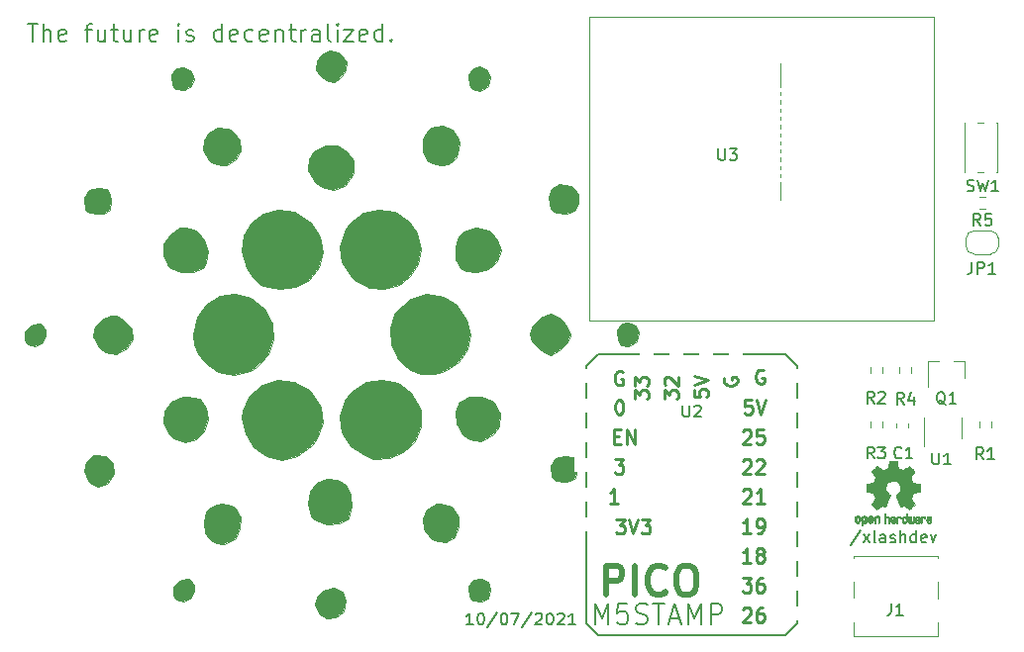
<source format=gto>
G04 #@! TF.GenerationSoftware,KiCad,Pcbnew,5.1.10-88a1d61d58~90~ubuntu20.04.1*
G04 #@! TF.CreationDate,2021-10-07T18:37:15+08:00*
G04 #@! TF.ProjectId,Ada_Ticker,4164615f-5469-4636-9b65-722e6b696361,rev?*
G04 #@! TF.SameCoordinates,Original*
G04 #@! TF.FileFunction,Legend,Top*
G04 #@! TF.FilePolarity,Positive*
%FSLAX46Y46*%
G04 Gerber Fmt 4.6, Leading zero omitted, Abs format (unit mm)*
G04 Created by KiCad (PCBNEW 5.1.10-88a1d61d58~90~ubuntu20.04.1) date 2021-10-07 18:37:15*
%MOMM*%
%LPD*%
G01*
G04 APERTURE LIST*
%ADD10C,0.150000*%
%ADD11C,0.200000*%
%ADD12C,0.120000*%
%ADD13C,0.010000*%
%ADD14C,0.499999*%
%ADD15C,0.203200*%
%ADD16C,0.254000*%
%ADD17R,2.000000X0.350000*%
%ADD18C,0.800000*%
%ADD19R,0.400000X1.850000*%
%ADD20C,0.100000*%
%ADD21R,1.000000X0.900000*%
%ADD22R,0.650000X1.060000*%
%ADD23R,0.800000X0.900000*%
%ADD24R,1.299997X1.299997*%
%ADD25O,1.399997X1.299997*%
%ADD26R,1.399997X1.299997*%
%ADD27C,1.999996*%
%ADD28R,1.999996X1.199998*%
%ADD29R,1.199998X1.999996*%
G04 APERTURE END LIST*
D10*
X40164261Y-52966880D02*
X39592833Y-52966880D01*
X39878547Y-52966880D02*
X39878547Y-51966880D01*
X39783309Y-52109738D01*
X39688071Y-52204976D01*
X39592833Y-52252595D01*
X40783309Y-51966880D02*
X40878547Y-51966880D01*
X40973785Y-52014500D01*
X41021404Y-52062119D01*
X41069023Y-52157357D01*
X41116642Y-52347833D01*
X41116642Y-52585928D01*
X41069023Y-52776404D01*
X41021404Y-52871642D01*
X40973785Y-52919261D01*
X40878547Y-52966880D01*
X40783309Y-52966880D01*
X40688071Y-52919261D01*
X40640452Y-52871642D01*
X40592833Y-52776404D01*
X40545214Y-52585928D01*
X40545214Y-52347833D01*
X40592833Y-52157357D01*
X40640452Y-52062119D01*
X40688071Y-52014500D01*
X40783309Y-51966880D01*
X42259500Y-51919261D02*
X41402357Y-53204976D01*
X42783309Y-51966880D02*
X42878547Y-51966880D01*
X42973785Y-52014500D01*
X43021404Y-52062119D01*
X43069023Y-52157357D01*
X43116642Y-52347833D01*
X43116642Y-52585928D01*
X43069023Y-52776404D01*
X43021404Y-52871642D01*
X42973785Y-52919261D01*
X42878547Y-52966880D01*
X42783309Y-52966880D01*
X42688071Y-52919261D01*
X42640452Y-52871642D01*
X42592833Y-52776404D01*
X42545214Y-52585928D01*
X42545214Y-52347833D01*
X42592833Y-52157357D01*
X42640452Y-52062119D01*
X42688071Y-52014500D01*
X42783309Y-51966880D01*
X43449976Y-51966880D02*
X44116642Y-51966880D01*
X43688071Y-52966880D01*
X45211880Y-51919261D02*
X44354738Y-53204976D01*
X45497595Y-52062119D02*
X45545214Y-52014500D01*
X45640452Y-51966880D01*
X45878547Y-51966880D01*
X45973785Y-52014500D01*
X46021404Y-52062119D01*
X46069023Y-52157357D01*
X46069023Y-52252595D01*
X46021404Y-52395452D01*
X45449976Y-52966880D01*
X46069023Y-52966880D01*
X46688071Y-51966880D02*
X46783309Y-51966880D01*
X46878547Y-52014500D01*
X46926166Y-52062119D01*
X46973785Y-52157357D01*
X47021404Y-52347833D01*
X47021404Y-52585928D01*
X46973785Y-52776404D01*
X46926166Y-52871642D01*
X46878547Y-52919261D01*
X46783309Y-52966880D01*
X46688071Y-52966880D01*
X46592833Y-52919261D01*
X46545214Y-52871642D01*
X46497595Y-52776404D01*
X46449976Y-52585928D01*
X46449976Y-52347833D01*
X46497595Y-52157357D01*
X46545214Y-52062119D01*
X46592833Y-52014500D01*
X46688071Y-51966880D01*
X47402357Y-52062119D02*
X47449976Y-52014500D01*
X47545214Y-51966880D01*
X47783309Y-51966880D01*
X47878547Y-52014500D01*
X47926166Y-52062119D01*
X47973785Y-52157357D01*
X47973785Y-52252595D01*
X47926166Y-52395452D01*
X47354738Y-52966880D01*
X47973785Y-52966880D01*
X48926166Y-52966880D02*
X48354738Y-52966880D01*
X48640452Y-52966880D02*
X48640452Y-51966880D01*
X48545214Y-52109738D01*
X48449976Y-52204976D01*
X48354738Y-52252595D01*
D11*
X2073642Y-1528071D02*
X2930785Y-1528071D01*
X2502214Y-3028071D02*
X2502214Y-1528071D01*
X3430785Y-3028071D02*
X3430785Y-1528071D01*
X4073642Y-3028071D02*
X4073642Y-2242357D01*
X4002214Y-2099500D01*
X3859357Y-2028071D01*
X3645071Y-2028071D01*
X3502214Y-2099500D01*
X3430785Y-2170928D01*
X5359357Y-2956642D02*
X5216500Y-3028071D01*
X4930785Y-3028071D01*
X4787928Y-2956642D01*
X4716500Y-2813785D01*
X4716500Y-2242357D01*
X4787928Y-2099500D01*
X4930785Y-2028071D01*
X5216500Y-2028071D01*
X5359357Y-2099500D01*
X5430785Y-2242357D01*
X5430785Y-2385214D01*
X4716500Y-2528071D01*
X7002214Y-2028071D02*
X7573642Y-2028071D01*
X7216500Y-3028071D02*
X7216500Y-1742357D01*
X7287928Y-1599500D01*
X7430785Y-1528071D01*
X7573642Y-1528071D01*
X8716500Y-2028071D02*
X8716500Y-3028071D01*
X8073642Y-2028071D02*
X8073642Y-2813785D01*
X8145071Y-2956642D01*
X8287928Y-3028071D01*
X8502214Y-3028071D01*
X8645071Y-2956642D01*
X8716500Y-2885214D01*
X9216500Y-2028071D02*
X9787928Y-2028071D01*
X9430785Y-1528071D02*
X9430785Y-2813785D01*
X9502214Y-2956642D01*
X9645071Y-3028071D01*
X9787928Y-3028071D01*
X10930785Y-2028071D02*
X10930785Y-3028071D01*
X10287928Y-2028071D02*
X10287928Y-2813785D01*
X10359357Y-2956642D01*
X10502214Y-3028071D01*
X10716500Y-3028071D01*
X10859357Y-2956642D01*
X10930785Y-2885214D01*
X11645071Y-3028071D02*
X11645071Y-2028071D01*
X11645071Y-2313785D02*
X11716500Y-2170928D01*
X11787928Y-2099500D01*
X11930785Y-2028071D01*
X12073642Y-2028071D01*
X13145071Y-2956642D02*
X13002214Y-3028071D01*
X12716500Y-3028071D01*
X12573642Y-2956642D01*
X12502214Y-2813785D01*
X12502214Y-2242357D01*
X12573642Y-2099500D01*
X12716500Y-2028071D01*
X13002214Y-2028071D01*
X13145071Y-2099500D01*
X13216500Y-2242357D01*
X13216500Y-2385214D01*
X12502214Y-2528071D01*
X15002214Y-3028071D02*
X15002214Y-2028071D01*
X15002214Y-1528071D02*
X14930785Y-1599500D01*
X15002214Y-1670928D01*
X15073642Y-1599500D01*
X15002214Y-1528071D01*
X15002214Y-1670928D01*
X15645071Y-2956642D02*
X15787928Y-3028071D01*
X16073642Y-3028071D01*
X16216499Y-2956642D01*
X16287928Y-2813785D01*
X16287928Y-2742357D01*
X16216499Y-2599500D01*
X16073642Y-2528071D01*
X15859357Y-2528071D01*
X15716499Y-2456642D01*
X15645071Y-2313785D01*
X15645071Y-2242357D01*
X15716499Y-2099500D01*
X15859357Y-2028071D01*
X16073642Y-2028071D01*
X16216499Y-2099500D01*
X18716500Y-3028071D02*
X18716500Y-1528071D01*
X18716500Y-2956642D02*
X18573642Y-3028071D01*
X18287928Y-3028071D01*
X18145071Y-2956642D01*
X18073642Y-2885214D01*
X18002214Y-2742357D01*
X18002214Y-2313785D01*
X18073642Y-2170928D01*
X18145071Y-2099500D01*
X18287928Y-2028071D01*
X18573642Y-2028071D01*
X18716500Y-2099500D01*
X20002214Y-2956642D02*
X19859357Y-3028071D01*
X19573642Y-3028071D01*
X19430785Y-2956642D01*
X19359357Y-2813785D01*
X19359357Y-2242357D01*
X19430785Y-2099500D01*
X19573642Y-2028071D01*
X19859357Y-2028071D01*
X20002214Y-2099500D01*
X20073642Y-2242357D01*
X20073642Y-2385214D01*
X19359357Y-2528071D01*
X21359357Y-2956642D02*
X21216500Y-3028071D01*
X20930785Y-3028071D01*
X20787928Y-2956642D01*
X20716500Y-2885214D01*
X20645071Y-2742357D01*
X20645071Y-2313785D01*
X20716500Y-2170928D01*
X20787928Y-2099500D01*
X20930785Y-2028071D01*
X21216500Y-2028071D01*
X21359357Y-2099500D01*
X22573642Y-2956642D02*
X22430785Y-3028071D01*
X22145071Y-3028071D01*
X22002214Y-2956642D01*
X21930785Y-2813785D01*
X21930785Y-2242357D01*
X22002214Y-2099500D01*
X22145071Y-2028071D01*
X22430785Y-2028071D01*
X22573642Y-2099500D01*
X22645071Y-2242357D01*
X22645071Y-2385214D01*
X21930785Y-2528071D01*
X23287928Y-2028071D02*
X23287928Y-3028071D01*
X23287928Y-2170928D02*
X23359357Y-2099500D01*
X23502214Y-2028071D01*
X23716500Y-2028071D01*
X23859357Y-2099500D01*
X23930785Y-2242357D01*
X23930785Y-3028071D01*
X24430785Y-2028071D02*
X25002214Y-2028071D01*
X24645071Y-1528071D02*
X24645071Y-2813785D01*
X24716500Y-2956642D01*
X24859357Y-3028071D01*
X25002214Y-3028071D01*
X25502214Y-3028071D02*
X25502214Y-2028071D01*
X25502214Y-2313785D02*
X25573642Y-2170928D01*
X25645071Y-2099500D01*
X25787928Y-2028071D01*
X25930785Y-2028071D01*
X27073642Y-3028071D02*
X27073642Y-2242357D01*
X27002214Y-2099500D01*
X26859357Y-2028071D01*
X26573642Y-2028071D01*
X26430785Y-2099500D01*
X27073642Y-2956642D02*
X26930785Y-3028071D01*
X26573642Y-3028071D01*
X26430785Y-2956642D01*
X26359357Y-2813785D01*
X26359357Y-2670928D01*
X26430785Y-2528071D01*
X26573642Y-2456642D01*
X26930785Y-2456642D01*
X27073642Y-2385214D01*
X28002214Y-3028071D02*
X27859357Y-2956642D01*
X27787928Y-2813785D01*
X27787928Y-1528071D01*
X28573642Y-3028071D02*
X28573642Y-2028071D01*
X28573642Y-1528071D02*
X28502214Y-1599500D01*
X28573642Y-1670928D01*
X28645071Y-1599500D01*
X28573642Y-1528071D01*
X28573642Y-1670928D01*
X29145071Y-2028071D02*
X29930785Y-2028071D01*
X29145071Y-3028071D01*
X29930785Y-3028071D01*
X31073642Y-2956642D02*
X30930785Y-3028071D01*
X30645071Y-3028071D01*
X30502214Y-2956642D01*
X30430785Y-2813785D01*
X30430785Y-2242357D01*
X30502214Y-2099500D01*
X30645071Y-2028071D01*
X30930785Y-2028071D01*
X31073642Y-2099500D01*
X31145071Y-2242357D01*
X31145071Y-2385214D01*
X30430785Y-2528071D01*
X32430785Y-3028071D02*
X32430785Y-1528071D01*
X32430785Y-2956642D02*
X32287928Y-3028071D01*
X32002214Y-3028071D01*
X31859357Y-2956642D01*
X31787928Y-2885214D01*
X31716500Y-2742357D01*
X31716500Y-2313785D01*
X31787928Y-2170928D01*
X31859357Y-2099500D01*
X32002214Y-2028071D01*
X32287928Y-2028071D01*
X32430785Y-2099500D01*
X33145071Y-2885214D02*
X33216500Y-2956642D01*
X33145071Y-3028071D01*
X33073642Y-2956642D01*
X33145071Y-2885214D01*
X33145071Y-3028071D01*
D10*
X73326976Y-44870761D02*
X72469833Y-46156476D01*
X73565071Y-45918380D02*
X74088880Y-45251714D01*
X73565071Y-45251714D02*
X74088880Y-45918380D01*
X74612690Y-45918380D02*
X74517452Y-45870761D01*
X74469833Y-45775523D01*
X74469833Y-44918380D01*
X75422214Y-45918380D02*
X75422214Y-45394571D01*
X75374595Y-45299333D01*
X75279357Y-45251714D01*
X75088880Y-45251714D01*
X74993642Y-45299333D01*
X75422214Y-45870761D02*
X75326976Y-45918380D01*
X75088880Y-45918380D01*
X74993642Y-45870761D01*
X74946023Y-45775523D01*
X74946023Y-45680285D01*
X74993642Y-45585047D01*
X75088880Y-45537428D01*
X75326976Y-45537428D01*
X75422214Y-45489809D01*
X75850785Y-45870761D02*
X75946023Y-45918380D01*
X76136500Y-45918380D01*
X76231738Y-45870761D01*
X76279357Y-45775523D01*
X76279357Y-45727904D01*
X76231738Y-45632666D01*
X76136500Y-45585047D01*
X75993642Y-45585047D01*
X75898404Y-45537428D01*
X75850785Y-45442190D01*
X75850785Y-45394571D01*
X75898404Y-45299333D01*
X75993642Y-45251714D01*
X76136500Y-45251714D01*
X76231738Y-45299333D01*
X76707928Y-45918380D02*
X76707928Y-44918380D01*
X77136500Y-45918380D02*
X77136500Y-45394571D01*
X77088880Y-45299333D01*
X76993642Y-45251714D01*
X76850785Y-45251714D01*
X76755547Y-45299333D01*
X76707928Y-45346952D01*
X78041261Y-45918380D02*
X78041261Y-44918380D01*
X78041261Y-45870761D02*
X77946023Y-45918380D01*
X77755547Y-45918380D01*
X77660309Y-45870761D01*
X77612690Y-45823142D01*
X77565071Y-45727904D01*
X77565071Y-45442190D01*
X77612690Y-45346952D01*
X77660309Y-45299333D01*
X77755547Y-45251714D01*
X77946023Y-45251714D01*
X78041261Y-45299333D01*
X78898404Y-45870761D02*
X78803166Y-45918380D01*
X78612690Y-45918380D01*
X78517452Y-45870761D01*
X78469833Y-45775523D01*
X78469833Y-45394571D01*
X78517452Y-45299333D01*
X78612690Y-45251714D01*
X78803166Y-45251714D01*
X78898404Y-45299333D01*
X78946023Y-45394571D01*
X78946023Y-45489809D01*
X78469833Y-45585047D01*
X79279357Y-45251714D02*
X79517452Y-45918380D01*
X79755547Y-45251714D01*
D12*
X50083500Y-26906500D02*
X50083500Y-906500D01*
X50083500Y-906500D02*
X79583500Y-906500D01*
X79583500Y-26906500D02*
X79583500Y-906500D01*
X50083500Y-26906500D02*
X79583500Y-26906500D01*
X66433500Y-16606500D02*
X66433500Y-4906500D01*
D13*
G36*
X28984579Y-50147305D02*
G01*
X29317666Y-50863800D01*
X29111656Y-51792167D01*
X28468183Y-52373026D01*
X27633604Y-52393431D01*
X27079222Y-52048833D01*
X26680690Y-51248538D01*
X26867705Y-50440636D01*
X27335888Y-50016399D01*
X28270165Y-49811017D01*
X28984579Y-50147305D01*
G37*
X28984579Y-50147305D02*
X29317666Y-50863800D01*
X29111656Y-51792167D01*
X28468183Y-52373026D01*
X27633604Y-52393431D01*
X27079222Y-52048833D01*
X26680690Y-51248538D01*
X26867705Y-50440636D01*
X27335888Y-50016399D01*
X28270165Y-49811017D01*
X28984579Y-50147305D01*
G36*
X15893554Y-49070960D02*
G01*
X16335717Y-49577336D01*
X16361881Y-50089339D01*
X16016431Y-50737369D01*
X15397010Y-51011181D01*
X14781777Y-50850682D01*
X14516994Y-50487908D01*
X14544793Y-49763119D01*
X15024524Y-49194337D01*
X15719858Y-49024824D01*
X15893554Y-49070960D01*
G37*
X15893554Y-49070960D02*
X16335717Y-49577336D01*
X16361881Y-50089339D01*
X16016431Y-50737369D01*
X15397010Y-51011181D01*
X14781777Y-50850682D01*
X14516994Y-50487908D01*
X14544793Y-49763119D01*
X15024524Y-49194337D01*
X15719858Y-49024824D01*
X15893554Y-49070960D01*
G36*
X41484144Y-49312382D02*
G01*
X41648944Y-50002722D01*
X41455055Y-50729451D01*
X40853617Y-50997604D01*
X40109467Y-50869467D01*
X39845735Y-50556631D01*
X39767214Y-49683252D01*
X40189843Y-49113643D01*
X40853617Y-49007840D01*
X41484144Y-49312382D01*
G37*
X41484144Y-49312382D02*
X41648944Y-50002722D01*
X41455055Y-50729451D01*
X40853617Y-50997604D01*
X40109467Y-50869467D01*
X39845735Y-50556631D01*
X39767214Y-49683252D01*
X40189843Y-49113643D01*
X40853617Y-49007840D01*
X41484144Y-49312382D01*
G36*
X19527952Y-42785433D02*
G01*
X19882555Y-43017722D01*
X20263385Y-43799452D01*
X20254171Y-44752144D01*
X19886116Y-45545815D01*
X19623525Y-45756977D01*
X18830467Y-46076643D01*
X18165996Y-45962015D01*
X17748250Y-45741132D01*
X17283578Y-45118025D01*
X17141614Y-44194461D01*
X17346495Y-43309248D01*
X17554222Y-43017722D01*
X18241989Y-42664283D01*
X18718389Y-42594389D01*
X19527952Y-42785433D01*
G37*
X19527952Y-42785433D02*
X19882555Y-43017722D01*
X20263385Y-43799452D01*
X20254171Y-44752144D01*
X19886116Y-45545815D01*
X19623525Y-45756977D01*
X18830467Y-46076643D01*
X18165996Y-45962015D01*
X17748250Y-45741132D01*
X17283578Y-45118025D01*
X17141614Y-44194461D01*
X17346495Y-43309248D01*
X17554222Y-43017722D01*
X18241989Y-42664283D01*
X18718389Y-42594389D01*
X19527952Y-42785433D01*
G36*
X38375442Y-42887021D02*
G01*
X38889358Y-43682622D01*
X38940407Y-44563473D01*
X38552146Y-45460868D01*
X37786714Y-45869972D01*
X36844728Y-45707428D01*
X36574412Y-45546555D01*
X35939829Y-44768644D01*
X35848425Y-43879436D01*
X36236125Y-43096718D01*
X37038855Y-42638274D01*
X37442971Y-42594389D01*
X38375442Y-42887021D01*
G37*
X38375442Y-42887021D02*
X38889358Y-43682622D01*
X38940407Y-44563473D01*
X38552146Y-45460868D01*
X37786714Y-45869972D01*
X36844728Y-45707428D01*
X36574412Y-45546555D01*
X35939829Y-44768644D01*
X35848425Y-43879436D01*
X36236125Y-43096718D01*
X37038855Y-42638274D01*
X37442971Y-42594389D01*
X38375442Y-42887021D01*
G36*
X28574802Y-40558927D02*
G01*
X29276524Y-41032087D01*
X29713797Y-41858300D01*
X29805655Y-42891116D01*
X29536082Y-43775731D01*
X29407555Y-43934944D01*
X28642132Y-44306736D01*
X27650857Y-44346261D01*
X26750878Y-44080088D01*
X26315523Y-43675914D01*
X26020689Y-42581976D01*
X26234726Y-41602298D01*
X26822109Y-40857891D01*
X27647310Y-40469764D01*
X28574802Y-40558927D01*
G37*
X28574802Y-40558927D02*
X29276524Y-41032087D01*
X29713797Y-41858300D01*
X29805655Y-42891116D01*
X29536082Y-43775731D01*
X29407555Y-43934944D01*
X28642132Y-44306736D01*
X27650857Y-44346261D01*
X26750878Y-44080088D01*
X26315523Y-43675914D01*
X26020689Y-42581976D01*
X26234726Y-41602298D01*
X26822109Y-40857891D01*
X27647310Y-40469764D01*
X28574802Y-40558927D01*
G36*
X8810507Y-38566609D02*
G01*
X9394983Y-39146550D01*
X9498104Y-39944134D01*
X9459474Y-40071040D01*
X8901887Y-40890600D01*
X8150710Y-41154194D01*
X7395544Y-40809666D01*
X7269226Y-40673529D01*
X6922075Y-39839263D01*
X7083082Y-39022509D01*
X7674514Y-38485351D01*
X7938901Y-38415747D01*
X8810507Y-38566609D01*
G37*
X8810507Y-38566609D02*
X9394983Y-39146550D01*
X9498104Y-39944134D01*
X9459474Y-40071040D01*
X8901887Y-40890600D01*
X8150710Y-41154194D01*
X7395544Y-40809666D01*
X7269226Y-40673529D01*
X6922075Y-39839263D01*
X7083082Y-39022509D01*
X7674514Y-38485351D01*
X7938901Y-38415747D01*
X8810507Y-38566609D01*
G36*
X48750086Y-38625408D02*
G01*
X49025138Y-39039261D01*
X49057278Y-39595778D01*
X48949758Y-40369348D01*
X48492615Y-40696002D01*
X48085133Y-40765931D01*
X47222050Y-40671708D01*
X46908770Y-40345566D01*
X46768684Y-39350918D01*
X47200572Y-38723358D01*
X48003776Y-38537444D01*
X48750086Y-38625408D01*
G37*
X48750086Y-38625408D02*
X49025138Y-39039261D01*
X49057278Y-39595778D01*
X48949758Y-40369348D01*
X48492615Y-40696002D01*
X48085133Y-40765931D01*
X47222050Y-40671708D01*
X46908770Y-40345566D01*
X46768684Y-39350918D01*
X47200572Y-38723358D01*
X48003776Y-38537444D01*
X48750086Y-38625408D01*
G36*
X24853748Y-32156580D02*
G01*
X26129787Y-32856114D01*
X26330248Y-33042252D01*
X27190317Y-34318217D01*
X27367634Y-35678094D01*
X26860877Y-37022869D01*
X26391305Y-37615926D01*
X25143571Y-38581074D01*
X23826731Y-38858753D01*
X22513769Y-38533379D01*
X21438809Y-37751385D01*
X20683425Y-36589914D01*
X20381938Y-35300678D01*
X20448958Y-34664047D01*
X21098663Y-33336913D01*
X22164893Y-32444767D01*
X23474352Y-32035393D01*
X24853748Y-32156580D01*
G37*
X24853748Y-32156580D02*
X26129787Y-32856114D01*
X26330248Y-33042252D01*
X27190317Y-34318217D01*
X27367634Y-35678094D01*
X26860877Y-37022869D01*
X26391305Y-37615926D01*
X25143571Y-38581074D01*
X23826731Y-38858753D01*
X22513769Y-38533379D01*
X21438809Y-37751385D01*
X20683425Y-36589914D01*
X20381938Y-35300678D01*
X20448958Y-34664047D01*
X21098663Y-33336913D01*
X22164893Y-32444767D01*
X23474352Y-32035393D01*
X24853748Y-32156580D01*
G36*
X33752786Y-32298958D02*
G01*
X34867529Y-33102512D01*
X35597890Y-34355896D01*
X35671820Y-34611368D01*
X35705111Y-36010332D01*
X35176420Y-37244648D01*
X34227947Y-38193640D01*
X33001892Y-38736631D01*
X31640458Y-38752944D01*
X31022679Y-38556799D01*
X29723075Y-37680980D01*
X28962441Y-36502031D01*
X28774122Y-35170813D01*
X29191464Y-33838187D01*
X29803752Y-33042252D01*
X31050749Y-32223330D01*
X32423810Y-31990731D01*
X33752786Y-32298958D01*
G37*
X33752786Y-32298958D02*
X34867529Y-33102512D01*
X35597890Y-34355896D01*
X35671820Y-34611368D01*
X35705111Y-36010332D01*
X35176420Y-37244648D01*
X34227947Y-38193640D01*
X33001892Y-38736631D01*
X31640458Y-38752944D01*
X31022679Y-38556799D01*
X29723075Y-37680980D01*
X28962441Y-36502031D01*
X28774122Y-35170813D01*
X29191464Y-33838187D01*
X29803752Y-33042252D01*
X31050749Y-32223330D01*
X32423810Y-31990731D01*
X33752786Y-32298958D01*
G36*
X16789164Y-33665962D02*
G01*
X17349224Y-34420893D01*
X17483666Y-35420588D01*
X17199283Y-36460542D01*
X16482350Y-37120188D01*
X15537192Y-37322858D01*
X14568136Y-36991884D01*
X14186954Y-36657583D01*
X13685719Y-35680525D01*
X13773503Y-34697792D01*
X14360037Y-33894436D01*
X15355053Y-33455509D01*
X15765194Y-33422166D01*
X16789164Y-33665962D01*
G37*
X16789164Y-33665962D02*
X17349224Y-34420893D01*
X17483666Y-35420588D01*
X17199283Y-36460542D01*
X16482350Y-37120188D01*
X15537192Y-37322858D01*
X14568136Y-36991884D01*
X14186954Y-36657583D01*
X13685719Y-35680525D01*
X13773503Y-34697792D01*
X14360037Y-33894436D01*
X15355053Y-33455509D01*
X15765194Y-33422166D01*
X16789164Y-33665962D01*
G36*
X40892421Y-33482380D02*
G01*
X41805033Y-33833077D01*
X41976524Y-33976532D01*
X42470634Y-34911622D01*
X42392400Y-35958412D01*
X41885750Y-36718879D01*
X40877198Y-37245560D01*
X39855957Y-37122803D01*
X39234176Y-36657583D01*
X38758713Y-35743534D01*
X38689946Y-34706287D01*
X39046585Y-33873636D01*
X39073666Y-33845500D01*
X39863696Y-33481182D01*
X40892421Y-33482380D01*
G37*
X40892421Y-33482380D02*
X41805033Y-33833077D01*
X41976524Y-33976532D01*
X42470634Y-34911622D01*
X42392400Y-35958412D01*
X41885750Y-36718879D01*
X40877198Y-37245560D01*
X39855957Y-37122803D01*
X39234176Y-36657583D01*
X38758713Y-35743534D01*
X38689946Y-34706287D01*
X39046585Y-33873636D01*
X39073666Y-33845500D01*
X39863696Y-33481182D01*
X40892421Y-33482380D01*
G36*
X21122831Y-24996789D02*
G01*
X22322236Y-25946338D01*
X22977958Y-27179396D01*
X23089996Y-28529786D01*
X22658350Y-29831333D01*
X21683021Y-30917859D01*
X21122831Y-31264211D01*
X19728752Y-31637146D01*
X18369719Y-31307644D01*
X17409055Y-30636046D01*
X16637119Y-29804472D01*
X16314186Y-28944616D01*
X16264980Y-28130500D01*
X16565124Y-26704594D01*
X17362655Y-25582557D01*
X18503218Y-24863959D01*
X19832461Y-24648372D01*
X21122831Y-24996789D01*
G37*
X21122831Y-24996789D02*
X22322236Y-25946338D01*
X22977958Y-27179396D01*
X23089996Y-28529786D01*
X22658350Y-29831333D01*
X21683021Y-30917859D01*
X21122831Y-31264211D01*
X19728752Y-31637146D01*
X18369719Y-31307644D01*
X17409055Y-30636046D01*
X16637119Y-29804472D01*
X16314186Y-28944616D01*
X16264980Y-28130500D01*
X16565124Y-26704594D01*
X17362655Y-25582557D01*
X18503218Y-24863959D01*
X19832461Y-24648372D01*
X21122831Y-24996789D01*
G36*
X37623222Y-24902704D02*
G01*
X38724944Y-25624954D01*
X39611905Y-26815022D01*
X39904061Y-28133769D01*
X39651348Y-29423308D01*
X38903700Y-30525756D01*
X37711054Y-31283226D01*
X36867482Y-31497863D01*
X35699066Y-31471804D01*
X34808608Y-31183505D01*
X33781804Y-30249605D01*
X33178060Y-28997678D01*
X33048206Y-27645293D01*
X33443072Y-26410021D01*
X33631094Y-26143317D01*
X34868897Y-25058712D01*
X36229390Y-24642143D01*
X37623222Y-24902704D01*
G37*
X37623222Y-24902704D02*
X38724944Y-25624954D01*
X39611905Y-26815022D01*
X39904061Y-28133769D01*
X39651348Y-29423308D01*
X38903700Y-30525756D01*
X37711054Y-31283226D01*
X36867482Y-31497863D01*
X35699066Y-31471804D01*
X34808608Y-31183505D01*
X33781804Y-30249605D01*
X33178060Y-28997678D01*
X33048206Y-27645293D01*
X33443072Y-26410021D01*
X33631094Y-26143317D01*
X34868897Y-25058712D01*
X36229390Y-24642143D01*
X37623222Y-24902704D01*
G36*
X9721185Y-26550446D02*
G01*
X10251722Y-26863337D01*
X10982909Y-27657679D01*
X11057460Y-28567701D01*
X10579301Y-29340024D01*
X9666192Y-29847869D01*
X8718851Y-29678093D01*
X8189732Y-29249250D01*
X7660399Y-28319697D01*
X7830884Y-27478992D01*
X8487833Y-26863337D01*
X9178290Y-26490075D01*
X9721185Y-26550446D01*
G37*
X9721185Y-26550446D02*
X10251722Y-26863337D01*
X10982909Y-27657679D01*
X11057460Y-28567701D01*
X10579301Y-29340024D01*
X9666192Y-29847869D01*
X8718851Y-29678093D01*
X8189732Y-29249250D01*
X7660399Y-28319697D01*
X7830884Y-27478992D01*
X8487833Y-26863337D01*
X9178290Y-26490075D01*
X9721185Y-26550446D01*
G36*
X47533578Y-26656427D02*
G01*
X48186015Y-27335436D01*
X48521330Y-28117985D01*
X48528111Y-28226468D01*
X48264704Y-28784840D01*
X47662770Y-29411136D01*
X47004743Y-29838292D01*
X46764222Y-29894389D01*
X46360621Y-29713257D01*
X45784384Y-29345218D01*
X45194722Y-28715996D01*
X45000333Y-28165172D01*
X45292096Y-27385631D01*
X45977506Y-26693127D01*
X46771741Y-26368325D01*
X46825518Y-26366611D01*
X47533578Y-26656427D01*
G37*
X47533578Y-26656427D02*
X48186015Y-27335436D01*
X48521330Y-28117985D01*
X48528111Y-28226468D01*
X48264704Y-28784840D01*
X47662770Y-29411136D01*
X47004743Y-29838292D01*
X46764222Y-29894389D01*
X46360621Y-29713257D01*
X45784384Y-29345218D01*
X45194722Y-28715996D01*
X45000333Y-28165172D01*
X45292096Y-27385631D01*
X45977506Y-26693127D01*
X46771741Y-26368325D01*
X46825518Y-26366611D01*
X47533578Y-26656427D01*
G36*
X3193554Y-27198738D02*
G01*
X3635717Y-27705114D01*
X3661881Y-28217117D01*
X3316431Y-28865147D01*
X2697010Y-29138959D01*
X2081777Y-28978460D01*
X1816994Y-28615686D01*
X1844793Y-27890897D01*
X2324524Y-27322115D01*
X3019858Y-27152602D01*
X3193554Y-27198738D01*
G37*
X3193554Y-27198738D02*
X3635717Y-27705114D01*
X3661881Y-28217117D01*
X3316431Y-28865147D01*
X2697010Y-29138959D01*
X2081777Y-28978460D01*
X1816994Y-28615686D01*
X1844793Y-27890897D01*
X2324524Y-27322115D01*
X3019858Y-27152602D01*
X3193554Y-27198738D01*
G36*
X54096761Y-27349808D02*
G01*
X54377461Y-27990638D01*
X54135446Y-28704380D01*
X53468833Y-29144332D01*
X52827386Y-29041786D01*
X52536240Y-28659666D01*
X52478285Y-27806954D01*
X52910253Y-27210947D01*
X53418185Y-27072167D01*
X54096761Y-27349808D01*
G37*
X54096761Y-27349808D02*
X54377461Y-27990638D01*
X54135446Y-28704380D01*
X53468833Y-29144332D01*
X52827386Y-29041786D01*
X52536240Y-28659666D01*
X52478285Y-27806954D01*
X52910253Y-27210947D01*
X53418185Y-27072167D01*
X54096761Y-27349808D01*
G36*
X24954225Y-17654914D02*
G01*
X25057823Y-17696405D01*
X26327028Y-18546392D01*
X27087674Y-19721516D01*
X27309303Y-21056454D01*
X26961456Y-22385884D01*
X26118960Y-23456194D01*
X24981682Y-24049553D01*
X23591213Y-24247798D01*
X22287876Y-24016980D01*
X21981575Y-23868905D01*
X21394031Y-23312591D01*
X20822986Y-22462248D01*
X20803827Y-22425665D01*
X20408882Y-21023944D01*
X20597035Y-19699853D01*
X21256964Y-18577149D01*
X22277351Y-17779587D01*
X23546878Y-17430923D01*
X24954225Y-17654914D01*
G37*
X24954225Y-17654914D02*
X25057823Y-17696405D01*
X26327028Y-18546392D01*
X27087674Y-19721516D01*
X27309303Y-21056454D01*
X26961456Y-22385884D01*
X26118960Y-23456194D01*
X24981682Y-24049553D01*
X23591213Y-24247798D01*
X22287876Y-24016980D01*
X21981575Y-23868905D01*
X21394031Y-23312591D01*
X20822986Y-22462248D01*
X20803827Y-22425665D01*
X20408882Y-21023944D01*
X20597035Y-19699853D01*
X21256964Y-18577149D01*
X22277351Y-17779587D01*
X23546878Y-17430923D01*
X24954225Y-17654914D01*
G36*
X33510227Y-17665016D02*
G01*
X34673571Y-18456326D01*
X35342939Y-19430716D01*
X35702939Y-20840297D01*
X35483830Y-22113764D01*
X34810222Y-23165904D01*
X33806721Y-23911500D01*
X32597938Y-24265339D01*
X31308481Y-24142205D01*
X30062957Y-23456883D01*
X29803752Y-23218748D01*
X28952739Y-21942789D01*
X28779113Y-20560062D01*
X29286310Y-19172616D01*
X29650632Y-18674432D01*
X30826030Y-17751120D01*
X32170137Y-17422298D01*
X33510227Y-17665016D01*
G37*
X33510227Y-17665016D02*
X34673571Y-18456326D01*
X35342939Y-19430716D01*
X35702939Y-20840297D01*
X35483830Y-22113764D01*
X34810222Y-23165904D01*
X33806721Y-23911500D01*
X32597938Y-24265339D01*
X31308481Y-24142205D01*
X30062957Y-23456883D01*
X29803752Y-23218748D01*
X28952739Y-21942789D01*
X28779113Y-20560062D01*
X29286310Y-19172616D01*
X29650632Y-18674432D01*
X30826030Y-17751120D01*
X32170137Y-17422298D01*
X33510227Y-17665016D01*
G36*
X16493111Y-19263178D02*
G01*
X17148352Y-20021158D01*
X17471426Y-20997132D01*
X17363352Y-21956017D01*
X17060333Y-22415500D01*
X16270303Y-22779818D01*
X15241579Y-22778620D01*
X14328967Y-22427922D01*
X14157476Y-22284468D01*
X13674791Y-21383544D01*
X13736741Y-20396220D01*
X14249897Y-19537229D01*
X15120830Y-19021305D01*
X15604685Y-18958278D01*
X16493111Y-19263178D01*
G37*
X16493111Y-19263178D02*
X17148352Y-20021158D01*
X17471426Y-20997132D01*
X17363352Y-21956017D01*
X17060333Y-22415500D01*
X16270303Y-22779818D01*
X15241579Y-22778620D01*
X14328967Y-22427922D01*
X14157476Y-22284468D01*
X13674791Y-21383544D01*
X13736741Y-20396220D01*
X14249897Y-19537229D01*
X15120830Y-19021305D01*
X15604685Y-18958278D01*
X16493111Y-19263178D01*
G36*
X41519869Y-19259549D02*
G01*
X42263362Y-19958300D01*
X42530889Y-20959852D01*
X42225988Y-21848278D01*
X41468008Y-22503519D01*
X40492034Y-22826592D01*
X39533149Y-22718519D01*
X39073667Y-22415500D01*
X38701875Y-21650076D01*
X38662350Y-20658801D01*
X38928522Y-19758823D01*
X39332697Y-19323467D01*
X40482138Y-19016807D01*
X41519869Y-19259549D01*
G37*
X41519869Y-19259549D02*
X42263362Y-19958300D01*
X42530889Y-20959852D01*
X42225988Y-21848278D01*
X41468008Y-22503519D01*
X40492034Y-22826592D01*
X39533149Y-22718519D01*
X39073667Y-22415500D01*
X38701875Y-21650076D01*
X38662350Y-20658801D01*
X38928522Y-19758823D01*
X39332697Y-19323467D01*
X40482138Y-19016807D01*
X41519869Y-19259549D01*
G36*
X8886197Y-15694852D02*
G01*
X9161249Y-16108705D01*
X9193389Y-16665222D01*
X9085869Y-17438793D01*
X8628726Y-17765446D01*
X8221244Y-17835376D01*
X7358162Y-17741153D01*
X7044881Y-17415010D01*
X6904795Y-16420362D01*
X7336683Y-15792802D01*
X8139887Y-15606889D01*
X8886197Y-15694852D01*
G37*
X8886197Y-15694852D02*
X9161249Y-16108705D01*
X9193389Y-16665222D01*
X9085869Y-17438793D01*
X8628726Y-17765446D01*
X8221244Y-17835376D01*
X7358162Y-17741153D01*
X7044881Y-17415010D01*
X6904795Y-16420362D01*
X7336683Y-15792802D01*
X8139887Y-15606889D01*
X8886197Y-15694852D01*
G36*
X48477800Y-15406858D02*
G01*
X48574810Y-15455492D01*
X49142362Y-16074601D01*
X49201042Y-16856174D01*
X48802247Y-17533829D01*
X48116212Y-17832377D01*
X47200526Y-17696478D01*
X46839425Y-17341298D01*
X46603826Y-16400303D01*
X46898638Y-15655258D01*
X47573436Y-15269622D01*
X48477800Y-15406858D01*
G37*
X48477800Y-15406858D02*
X48574810Y-15455492D01*
X49142362Y-16074601D01*
X49201042Y-16856174D01*
X48802247Y-17533829D01*
X48116212Y-17832377D01*
X47200526Y-17696478D01*
X46839425Y-17341298D01*
X46603826Y-16400303D01*
X46898638Y-15655258D01*
X47573436Y-15269622D01*
X48477800Y-15406858D01*
G36*
X28560546Y-11980010D02*
G01*
X29399625Y-12427374D01*
X29916974Y-13205957D01*
X29943023Y-14213853D01*
X29867286Y-14452824D01*
X29206821Y-15397233D01*
X28271813Y-15764672D01*
X27238654Y-15520816D01*
X26655889Y-15077722D01*
X26036406Y-14099689D01*
X26102703Y-13140340D01*
X26595472Y-12486565D01*
X27569305Y-11965772D01*
X28560546Y-11980010D01*
G37*
X28560546Y-11980010D02*
X29399625Y-12427374D01*
X29916974Y-13205957D01*
X29943023Y-14213853D01*
X29867286Y-14452824D01*
X29206821Y-15397233D01*
X28271813Y-15764672D01*
X27238654Y-15520816D01*
X26655889Y-15077722D01*
X26036406Y-14099689D01*
X26102703Y-13140340D01*
X26595472Y-12486565D01*
X27569305Y-11965772D01*
X28560546Y-11980010D01*
G36*
X19235722Y-10533834D02*
G01*
X19559317Y-10714255D01*
X20188981Y-11487643D01*
X20284057Y-12376080D01*
X19906953Y-13160454D01*
X19120081Y-13621653D01*
X18718389Y-13666611D01*
X17908826Y-13475566D01*
X17554222Y-13243278D01*
X17093162Y-12408347D01*
X17162277Y-11554082D01*
X17630072Y-10846339D01*
X18365052Y-10450971D01*
X19235722Y-10533834D01*
G37*
X19235722Y-10533834D02*
X19559317Y-10714255D01*
X20188981Y-11487643D01*
X20284057Y-12376080D01*
X19906953Y-13160454D01*
X19120081Y-13621653D01*
X18718389Y-13666611D01*
X17908826Y-13475566D01*
X17554222Y-13243278D01*
X17093162Y-12408347D01*
X17162277Y-11554082D01*
X17630072Y-10846339D01*
X18365052Y-10450971D01*
X19235722Y-10533834D01*
G36*
X38438185Y-10589814D02*
G01*
X38944869Y-11375004D01*
X39003111Y-11824603D01*
X38758661Y-12946917D01*
X38052066Y-13561227D01*
X37415611Y-13666611D01*
X36606048Y-13475566D01*
X36251444Y-13243278D01*
X35855952Y-12431302D01*
X35892131Y-11461254D01*
X36321543Y-10659531D01*
X36578290Y-10467729D01*
X37580213Y-10248715D01*
X38438185Y-10589814D01*
G37*
X38438185Y-10589814D02*
X38944869Y-11375004D01*
X39003111Y-11824603D01*
X38758661Y-12946917D01*
X38052066Y-13561227D01*
X37415611Y-13666611D01*
X36606048Y-13475566D01*
X36251444Y-13243278D01*
X35855952Y-12431302D01*
X35892131Y-11461254D01*
X36321543Y-10659531D01*
X36578290Y-10467729D01*
X37580213Y-10248715D01*
X38438185Y-10589814D01*
G36*
X16089152Y-5618962D02*
G01*
X16301500Y-6257056D01*
X16090661Y-6895653D01*
X15456635Y-7252727D01*
X15453617Y-7253159D01*
X14709467Y-7125022D01*
X14445735Y-6812187D01*
X14367214Y-5938807D01*
X14789843Y-5369198D01*
X15453617Y-5263396D01*
X16089152Y-5618962D01*
G37*
X16089152Y-5618962D02*
X16301500Y-6257056D01*
X16090661Y-6895653D01*
X15456635Y-7252727D01*
X15453617Y-7253159D01*
X14709467Y-7125022D01*
X14445735Y-6812187D01*
X14367214Y-5938807D01*
X14789843Y-5369198D01*
X15453617Y-5263396D01*
X16089152Y-5618962D01*
G36*
X41396761Y-5477586D02*
G01*
X41677461Y-6118416D01*
X41435446Y-6832158D01*
X40768833Y-7272110D01*
X40127386Y-7169564D01*
X39836240Y-6787444D01*
X39778285Y-5934732D01*
X40210253Y-5338725D01*
X40718185Y-5199944D01*
X41396761Y-5477586D01*
G37*
X41396761Y-5477586D02*
X41677461Y-6118416D01*
X41435446Y-6832158D01*
X40768833Y-7272110D01*
X40127386Y-7169564D01*
X39836240Y-6787444D01*
X39778285Y-5934732D01*
X40210253Y-5338725D01*
X40718185Y-5199944D01*
X41396761Y-5477586D01*
G36*
X28684361Y-4004838D02*
G01*
X29323397Y-4716731D01*
X29294656Y-5540889D01*
X28941367Y-6039069D01*
X28313494Y-6532458D01*
X27749180Y-6488231D01*
X27214120Y-6146766D01*
X26756399Y-5485979D01*
X26812720Y-4746199D01*
X27247818Y-4124488D01*
X27926426Y-3817909D01*
X28684361Y-4004838D01*
G37*
X28684361Y-4004838D02*
X29323397Y-4716731D01*
X29294656Y-5540889D01*
X28941367Y-6039069D01*
X28313494Y-6532458D01*
X27749180Y-6488231D01*
X27214120Y-6146766D01*
X26756399Y-5485979D01*
X26812720Y-4746199D01*
X27247818Y-4124488D01*
X27926426Y-3817909D01*
X28684361Y-4004838D01*
G36*
X73672744Y-43639418D02*
G01*
X73728201Y-43667068D01*
X73777148Y-43717980D01*
X73790629Y-43736838D01*
X73805314Y-43761515D01*
X73814842Y-43788316D01*
X73820293Y-43824087D01*
X73822747Y-43875669D01*
X73823286Y-43943767D01*
X73820852Y-44037088D01*
X73812394Y-44107157D01*
X73796174Y-44159431D01*
X73770454Y-44199369D01*
X73733497Y-44232429D01*
X73730782Y-44234386D01*
X73694360Y-44254408D01*
X73650502Y-44264315D01*
X73594724Y-44266757D01*
X73504048Y-44266757D01*
X73504010Y-44354783D01*
X73503166Y-44403808D01*
X73498024Y-44432565D01*
X73484587Y-44449811D01*
X73458858Y-44464308D01*
X73452679Y-44467269D01*
X73423764Y-44481148D01*
X73401376Y-44489914D01*
X73384729Y-44490671D01*
X73373036Y-44480523D01*
X73365510Y-44456573D01*
X73361366Y-44415926D01*
X73359815Y-44355686D01*
X73360071Y-44272955D01*
X73361349Y-44164839D01*
X73361748Y-44132500D01*
X73363185Y-44021024D01*
X73364472Y-43948103D01*
X73503971Y-43948103D01*
X73504755Y-44009999D01*
X73508240Y-44050497D01*
X73516124Y-44077208D01*
X73530105Y-44097744D01*
X73539597Y-44107760D01*
X73578404Y-44137067D01*
X73612763Y-44139452D01*
X73648216Y-44115250D01*
X73649114Y-44114357D01*
X73663539Y-44095653D01*
X73672313Y-44070232D01*
X73676739Y-44031084D01*
X73678118Y-43971197D01*
X73678143Y-43957930D01*
X73674812Y-43875401D01*
X73663969Y-43818191D01*
X73644340Y-43783266D01*
X73614650Y-43767594D01*
X73597491Y-43766014D01*
X73556766Y-43773426D01*
X73528832Y-43797830D01*
X73512017Y-43842480D01*
X73504650Y-43910630D01*
X73503971Y-43948103D01*
X73364472Y-43948103D01*
X73364708Y-43934745D01*
X73366677Y-43869833D01*
X73369450Y-43822458D01*
X73373388Y-43788790D01*
X73378849Y-43764998D01*
X73386192Y-43747253D01*
X73395777Y-43731724D01*
X73399887Y-43725881D01*
X73454405Y-43670685D01*
X73523336Y-43639390D01*
X73603072Y-43630665D01*
X73672744Y-43639418D01*
G37*
X73672744Y-43639418D02*
X73728201Y-43667068D01*
X73777148Y-43717980D01*
X73790629Y-43736838D01*
X73805314Y-43761515D01*
X73814842Y-43788316D01*
X73820293Y-43824087D01*
X73822747Y-43875669D01*
X73823286Y-43943767D01*
X73820852Y-44037088D01*
X73812394Y-44107157D01*
X73796174Y-44159431D01*
X73770454Y-44199369D01*
X73733497Y-44232429D01*
X73730782Y-44234386D01*
X73694360Y-44254408D01*
X73650502Y-44264315D01*
X73594724Y-44266757D01*
X73504048Y-44266757D01*
X73504010Y-44354783D01*
X73503166Y-44403808D01*
X73498024Y-44432565D01*
X73484587Y-44449811D01*
X73458858Y-44464308D01*
X73452679Y-44467269D01*
X73423764Y-44481148D01*
X73401376Y-44489914D01*
X73384729Y-44490671D01*
X73373036Y-44480523D01*
X73365510Y-44456573D01*
X73361366Y-44415926D01*
X73359815Y-44355686D01*
X73360071Y-44272955D01*
X73361349Y-44164839D01*
X73361748Y-44132500D01*
X73363185Y-44021024D01*
X73364472Y-43948103D01*
X73503971Y-43948103D01*
X73504755Y-44009999D01*
X73508240Y-44050497D01*
X73516124Y-44077208D01*
X73530105Y-44097744D01*
X73539597Y-44107760D01*
X73578404Y-44137067D01*
X73612763Y-44139452D01*
X73648216Y-44115250D01*
X73649114Y-44114357D01*
X73663539Y-44095653D01*
X73672313Y-44070232D01*
X73676739Y-44031084D01*
X73678118Y-43971197D01*
X73678143Y-43957930D01*
X73674812Y-43875401D01*
X73663969Y-43818191D01*
X73644340Y-43783266D01*
X73614650Y-43767594D01*
X73597491Y-43766014D01*
X73556766Y-43773426D01*
X73528832Y-43797830D01*
X73512017Y-43842480D01*
X73504650Y-43910630D01*
X73503971Y-43948103D01*
X73364472Y-43948103D01*
X73364708Y-43934745D01*
X73366677Y-43869833D01*
X73369450Y-43822458D01*
X73373388Y-43788790D01*
X73378849Y-43764998D01*
X73386192Y-43747253D01*
X73395777Y-43731724D01*
X73399887Y-43725881D01*
X73454405Y-43670685D01*
X73523336Y-43639390D01*
X73603072Y-43630665D01*
X73672744Y-43639418D01*
G36*
X74789093Y-43647280D02*
G01*
X74835672Y-43674223D01*
X74868057Y-43700966D01*
X74891742Y-43728984D01*
X74908059Y-43763248D01*
X74918339Y-43808727D01*
X74923914Y-43870392D01*
X74926116Y-43953211D01*
X74926371Y-44012746D01*
X74926371Y-44231891D01*
X74864686Y-44259544D01*
X74803000Y-44287197D01*
X74795743Y-44047170D01*
X74792744Y-43957528D01*
X74789598Y-43892462D01*
X74785701Y-43847526D01*
X74780447Y-43818270D01*
X74773231Y-43800248D01*
X74763450Y-43789011D01*
X74760312Y-43786579D01*
X74712761Y-43767583D01*
X74664697Y-43775100D01*
X74636086Y-43795043D01*
X74624447Y-43809175D01*
X74616391Y-43827720D01*
X74611271Y-43855834D01*
X74608441Y-43898673D01*
X74607256Y-43961395D01*
X74607057Y-44026761D01*
X74607018Y-44108768D01*
X74605614Y-44166816D01*
X74600914Y-44205965D01*
X74590987Y-44231280D01*
X74573903Y-44247823D01*
X74547732Y-44260656D01*
X74512775Y-44273991D01*
X74474596Y-44288507D01*
X74479141Y-44030889D01*
X74480971Y-43938019D01*
X74483112Y-43869389D01*
X74486181Y-43820211D01*
X74490794Y-43785698D01*
X74497568Y-43761062D01*
X74507119Y-43741516D01*
X74518634Y-43724270D01*
X74574190Y-43669180D01*
X74641980Y-43637322D01*
X74715713Y-43629691D01*
X74789093Y-43647280D01*
G37*
X74789093Y-43647280D02*
X74835672Y-43674223D01*
X74868057Y-43700966D01*
X74891742Y-43728984D01*
X74908059Y-43763248D01*
X74918339Y-43808727D01*
X74923914Y-43870392D01*
X74926116Y-43953211D01*
X74926371Y-44012746D01*
X74926371Y-44231891D01*
X74864686Y-44259544D01*
X74803000Y-44287197D01*
X74795743Y-44047170D01*
X74792744Y-43957528D01*
X74789598Y-43892462D01*
X74785701Y-43847526D01*
X74780447Y-43818270D01*
X74773231Y-43800248D01*
X74763450Y-43789011D01*
X74760312Y-43786579D01*
X74712761Y-43767583D01*
X74664697Y-43775100D01*
X74636086Y-43795043D01*
X74624447Y-43809175D01*
X74616391Y-43827720D01*
X74611271Y-43855834D01*
X74608441Y-43898673D01*
X74607256Y-43961395D01*
X74607057Y-44026761D01*
X74607018Y-44108768D01*
X74605614Y-44166816D01*
X74600914Y-44205965D01*
X74590987Y-44231280D01*
X74573903Y-44247823D01*
X74547732Y-44260656D01*
X74512775Y-44273991D01*
X74474596Y-44288507D01*
X74479141Y-44030889D01*
X74480971Y-43938019D01*
X74483112Y-43869389D01*
X74486181Y-43820211D01*
X74490794Y-43785698D01*
X74497568Y-43761062D01*
X74507119Y-43741516D01*
X74518634Y-43724270D01*
X74574190Y-43669180D01*
X74641980Y-43637322D01*
X74715713Y-43629691D01*
X74789093Y-43647280D01*
G36*
X73114115Y-43641462D02*
G01*
X73182145Y-43677233D01*
X73232351Y-43734801D01*
X73250185Y-43771812D01*
X73264063Y-43827382D01*
X73271167Y-43897596D01*
X73271840Y-43974227D01*
X73266427Y-44049052D01*
X73255270Y-44113842D01*
X73238714Y-44160373D01*
X73233626Y-44168387D01*
X73173355Y-44228207D01*
X73101769Y-44264035D01*
X73024092Y-44274520D01*
X72945548Y-44258310D01*
X72923689Y-44248592D01*
X72881122Y-44218643D01*
X72843763Y-44178933D01*
X72840232Y-44173897D01*
X72825881Y-44149624D01*
X72816394Y-44123678D01*
X72810790Y-44089522D01*
X72808086Y-44040619D01*
X72807299Y-43970435D01*
X72807286Y-43954700D01*
X72807322Y-43949692D01*
X72952429Y-43949692D01*
X72953273Y-44015930D01*
X72956596Y-44059886D01*
X72963583Y-44088279D01*
X72975416Y-44107825D01*
X72981457Y-44114357D01*
X73016186Y-44139180D01*
X73049903Y-44138048D01*
X73083995Y-44116516D01*
X73104329Y-44093529D01*
X73116371Y-44059978D01*
X73123134Y-44007069D01*
X73123598Y-44000899D01*
X73124752Y-43905013D01*
X73112688Y-43833799D01*
X73087570Y-43787694D01*
X73049560Y-43767135D01*
X73035992Y-43766014D01*
X73000364Y-43771652D01*
X72975994Y-43791186D01*
X72961093Y-43828542D01*
X72953875Y-43887650D01*
X72952429Y-43949692D01*
X72807322Y-43949692D01*
X72807826Y-43879913D01*
X72810096Y-43827659D01*
X72815068Y-43791449D01*
X72823713Y-43764799D01*
X72837005Y-43741222D01*
X72839943Y-43736838D01*
X72889313Y-43677749D01*
X72943109Y-43643447D01*
X73008602Y-43629831D01*
X73030842Y-43629165D01*
X73114115Y-43641462D01*
G37*
X73114115Y-43641462D02*
X73182145Y-43677233D01*
X73232351Y-43734801D01*
X73250185Y-43771812D01*
X73264063Y-43827382D01*
X73271167Y-43897596D01*
X73271840Y-43974227D01*
X73266427Y-44049052D01*
X73255270Y-44113842D01*
X73238714Y-44160373D01*
X73233626Y-44168387D01*
X73173355Y-44228207D01*
X73101769Y-44264035D01*
X73024092Y-44274520D01*
X72945548Y-44258310D01*
X72923689Y-44248592D01*
X72881122Y-44218643D01*
X72843763Y-44178933D01*
X72840232Y-44173897D01*
X72825881Y-44149624D01*
X72816394Y-44123678D01*
X72810790Y-44089522D01*
X72808086Y-44040619D01*
X72807299Y-43970435D01*
X72807286Y-43954700D01*
X72807322Y-43949692D01*
X72952429Y-43949692D01*
X72953273Y-44015930D01*
X72956596Y-44059886D01*
X72963583Y-44088279D01*
X72975416Y-44107825D01*
X72981457Y-44114357D01*
X73016186Y-44139180D01*
X73049903Y-44138048D01*
X73083995Y-44116516D01*
X73104329Y-44093529D01*
X73116371Y-44059978D01*
X73123134Y-44007069D01*
X73123598Y-44000899D01*
X73124752Y-43905013D01*
X73112688Y-43833799D01*
X73087570Y-43787694D01*
X73049560Y-43767135D01*
X73035992Y-43766014D01*
X73000364Y-43771652D01*
X72975994Y-43791186D01*
X72961093Y-43828542D01*
X72953875Y-43887650D01*
X72952429Y-43949692D01*
X72807322Y-43949692D01*
X72807826Y-43879913D01*
X72810096Y-43827659D01*
X72815068Y-43791449D01*
X72823713Y-43764799D01*
X72837005Y-43741222D01*
X72839943Y-43736838D01*
X72889313Y-43677749D01*
X72943109Y-43643447D01*
X73008602Y-43629831D01*
X73030842Y-43629165D01*
X73114115Y-43641462D01*
G36*
X74241303Y-43650739D02*
G01*
X74298527Y-43689235D01*
X74342749Y-43744835D01*
X74369167Y-43815586D01*
X74374510Y-43867662D01*
X74373903Y-43889393D01*
X74368822Y-43906031D01*
X74354855Y-43920937D01*
X74327589Y-43937473D01*
X74282612Y-43958998D01*
X74215511Y-43988874D01*
X74215171Y-43989024D01*
X74153407Y-44017313D01*
X74102759Y-44042433D01*
X74068404Y-44061679D01*
X74055518Y-44072348D01*
X74055514Y-44072434D01*
X74066872Y-44095666D01*
X74093431Y-44121274D01*
X74123923Y-44139721D01*
X74139370Y-44143386D01*
X74181515Y-44130712D01*
X74217808Y-44098971D01*
X74235517Y-44064072D01*
X74252552Y-44038345D01*
X74285922Y-44009046D01*
X74325149Y-43983735D01*
X74359756Y-43969971D01*
X74366993Y-43969214D01*
X74375139Y-43981660D01*
X74375630Y-44013472D01*
X74369643Y-44056366D01*
X74358357Y-44102058D01*
X74342950Y-44142261D01*
X74342171Y-44143822D01*
X74295804Y-44208562D01*
X74235711Y-44252597D01*
X74167465Y-44274211D01*
X74096638Y-44271685D01*
X74028804Y-44243304D01*
X74025788Y-44241308D01*
X73972427Y-44192948D01*
X73937340Y-44129852D01*
X73917922Y-44046887D01*
X73915316Y-44023578D01*
X73910701Y-43913555D01*
X73916233Y-43862248D01*
X74055514Y-43862248D01*
X74057324Y-43894253D01*
X74067222Y-43903593D01*
X74091898Y-43896605D01*
X74130795Y-43880087D01*
X74174275Y-43859381D01*
X74175356Y-43858833D01*
X74212209Y-43839449D01*
X74227000Y-43826513D01*
X74223353Y-43812951D01*
X74207995Y-43795132D01*
X74168923Y-43769345D01*
X74126846Y-43767450D01*
X74089103Y-43786217D01*
X74063034Y-43822415D01*
X74055514Y-43862248D01*
X73916233Y-43862248D01*
X73920194Y-43825527D01*
X73944550Y-43755712D01*
X73978456Y-43706802D01*
X74039653Y-43657378D01*
X74107063Y-43632859D01*
X74175880Y-43631297D01*
X74241303Y-43650739D01*
G37*
X74241303Y-43650739D02*
X74298527Y-43689235D01*
X74342749Y-43744835D01*
X74369167Y-43815586D01*
X74374510Y-43867662D01*
X74373903Y-43889393D01*
X74368822Y-43906031D01*
X74354855Y-43920937D01*
X74327589Y-43937473D01*
X74282612Y-43958998D01*
X74215511Y-43988874D01*
X74215171Y-43989024D01*
X74153407Y-44017313D01*
X74102759Y-44042433D01*
X74068404Y-44061679D01*
X74055518Y-44072348D01*
X74055514Y-44072434D01*
X74066872Y-44095666D01*
X74093431Y-44121274D01*
X74123923Y-44139721D01*
X74139370Y-44143386D01*
X74181515Y-44130712D01*
X74217808Y-44098971D01*
X74235517Y-44064072D01*
X74252552Y-44038345D01*
X74285922Y-44009046D01*
X74325149Y-43983735D01*
X74359756Y-43969971D01*
X74366993Y-43969214D01*
X74375139Y-43981660D01*
X74375630Y-44013472D01*
X74369643Y-44056366D01*
X74358357Y-44102058D01*
X74342950Y-44142261D01*
X74342171Y-44143822D01*
X74295804Y-44208562D01*
X74235711Y-44252597D01*
X74167465Y-44274211D01*
X74096638Y-44271685D01*
X74028804Y-44243304D01*
X74025788Y-44241308D01*
X73972427Y-44192948D01*
X73937340Y-44129852D01*
X73917922Y-44046887D01*
X73915316Y-44023578D01*
X73910701Y-43913555D01*
X73916233Y-43862248D01*
X74055514Y-43862248D01*
X74057324Y-43894253D01*
X74067222Y-43903593D01*
X74091898Y-43896605D01*
X74130795Y-43880087D01*
X74174275Y-43859381D01*
X74175356Y-43858833D01*
X74212209Y-43839449D01*
X74227000Y-43826513D01*
X74223353Y-43812951D01*
X74207995Y-43795132D01*
X74168923Y-43769345D01*
X74126846Y-43767450D01*
X74089103Y-43786217D01*
X74063034Y-43822415D01*
X74055514Y-43862248D01*
X73916233Y-43862248D01*
X73920194Y-43825527D01*
X73944550Y-43755712D01*
X73978456Y-43706802D01*
X74039653Y-43657378D01*
X74107063Y-43632859D01*
X74175880Y-43631297D01*
X74241303Y-43650739D01*
G36*
X75448886Y-43570789D02*
G01*
X75453139Y-43630113D01*
X75458025Y-43665072D01*
X75464795Y-43680320D01*
X75474702Y-43680515D01*
X75477914Y-43678695D01*
X75520644Y-43665515D01*
X75576227Y-43666285D01*
X75632737Y-43679833D01*
X75668082Y-43697361D01*
X75704321Y-43725361D01*
X75730813Y-43757049D01*
X75748999Y-43797313D01*
X75760322Y-43851043D01*
X75766222Y-43923126D01*
X75768143Y-44018451D01*
X75768177Y-44036737D01*
X75768200Y-44242146D01*
X75722491Y-44258080D01*
X75690027Y-44268920D01*
X75672215Y-44273968D01*
X75671691Y-44274014D01*
X75669937Y-44260328D01*
X75668444Y-44222576D01*
X75667326Y-44165724D01*
X75666697Y-44094734D01*
X75666600Y-44051573D01*
X75666398Y-43966473D01*
X75665358Y-43905481D01*
X75662831Y-43863677D01*
X75658164Y-43836142D01*
X75650707Y-43817956D01*
X75639811Y-43804198D01*
X75633007Y-43797573D01*
X75586272Y-43770875D01*
X75535272Y-43768875D01*
X75489001Y-43791455D01*
X75480444Y-43799607D01*
X75467893Y-43814936D01*
X75459188Y-43833118D01*
X75453631Y-43859409D01*
X75450526Y-43899062D01*
X75449176Y-43957332D01*
X75448886Y-44037673D01*
X75448886Y-44242146D01*
X75403177Y-44258080D01*
X75370713Y-44268920D01*
X75352901Y-44273968D01*
X75352377Y-44274014D01*
X75351037Y-44260123D01*
X75349828Y-44220939D01*
X75348801Y-44160200D01*
X75348002Y-44081641D01*
X75347481Y-43988998D01*
X75347286Y-43886009D01*
X75347286Y-43488842D01*
X75394457Y-43468944D01*
X75441629Y-43449047D01*
X75448886Y-43570789D01*
G37*
X75448886Y-43570789D02*
X75453139Y-43630113D01*
X75458025Y-43665072D01*
X75464795Y-43680320D01*
X75474702Y-43680515D01*
X75477914Y-43678695D01*
X75520644Y-43665515D01*
X75576227Y-43666285D01*
X75632737Y-43679833D01*
X75668082Y-43697361D01*
X75704321Y-43725361D01*
X75730813Y-43757049D01*
X75748999Y-43797313D01*
X75760322Y-43851043D01*
X75766222Y-43923126D01*
X75768143Y-44018451D01*
X75768177Y-44036737D01*
X75768200Y-44242146D01*
X75722491Y-44258080D01*
X75690027Y-44268920D01*
X75672215Y-44273968D01*
X75671691Y-44274014D01*
X75669937Y-44260328D01*
X75668444Y-44222576D01*
X75667326Y-44165724D01*
X75666697Y-44094734D01*
X75666600Y-44051573D01*
X75666398Y-43966473D01*
X75665358Y-43905481D01*
X75662831Y-43863677D01*
X75658164Y-43836142D01*
X75650707Y-43817956D01*
X75639811Y-43804198D01*
X75633007Y-43797573D01*
X75586272Y-43770875D01*
X75535272Y-43768875D01*
X75489001Y-43791455D01*
X75480444Y-43799607D01*
X75467893Y-43814936D01*
X75459188Y-43833118D01*
X75453631Y-43859409D01*
X75450526Y-43899062D01*
X75449176Y-43957332D01*
X75448886Y-44037673D01*
X75448886Y-44242146D01*
X75403177Y-44258080D01*
X75370713Y-44268920D01*
X75352901Y-44273968D01*
X75352377Y-44274014D01*
X75351037Y-44260123D01*
X75349828Y-44220939D01*
X75348801Y-44160200D01*
X75348002Y-44081641D01*
X75347481Y-43988998D01*
X75347286Y-43886009D01*
X75347286Y-43488842D01*
X75394457Y-43468944D01*
X75441629Y-43449047D01*
X75448886Y-43570789D01*
G36*
X76112744Y-43670468D02*
G01*
X76169616Y-43691587D01*
X76170267Y-43691993D01*
X76205440Y-43717880D01*
X76231407Y-43748133D01*
X76249670Y-43787558D01*
X76261732Y-43840962D01*
X76269096Y-43913151D01*
X76273264Y-44008932D01*
X76273629Y-44022578D01*
X76278876Y-44228342D01*
X76234716Y-44251178D01*
X76202763Y-44266610D01*
X76183470Y-44273923D01*
X76182578Y-44274014D01*
X76179239Y-44260522D01*
X76176587Y-44224126D01*
X76174956Y-44170952D01*
X76174600Y-44127893D01*
X76174592Y-44058141D01*
X76171403Y-44014337D01*
X76160288Y-43993444D01*
X76136501Y-43992425D01*
X76095296Y-44008241D01*
X76033086Y-44037315D01*
X75987341Y-44061463D01*
X75963813Y-44082413D01*
X75956896Y-44105247D01*
X75956886Y-44106377D01*
X75968299Y-44145712D01*
X76002092Y-44166962D01*
X76053809Y-44170039D01*
X76091061Y-44169506D01*
X76110703Y-44180235D01*
X76122952Y-44206005D01*
X76130002Y-44238837D01*
X76119842Y-44257466D01*
X76116017Y-44260132D01*
X76080001Y-44270840D01*
X76029566Y-44272356D01*
X75977626Y-44265259D01*
X75940822Y-44252288D01*
X75889938Y-44209085D01*
X75861014Y-44148946D01*
X75855286Y-44101962D01*
X75859657Y-44059582D01*
X75875475Y-44024988D01*
X75906797Y-43994263D01*
X75957678Y-43963490D01*
X76032176Y-43928752D01*
X76036714Y-43926788D01*
X76103821Y-43895787D01*
X76145232Y-43870362D01*
X76162981Y-43847514D01*
X76159107Y-43824245D01*
X76135643Y-43797556D01*
X76128627Y-43791414D01*
X76081630Y-43767600D01*
X76032933Y-43768603D01*
X75990522Y-43791951D01*
X75962384Y-43835175D01*
X75959769Y-43843660D01*
X75934308Y-43884808D01*
X75902001Y-43904628D01*
X75855286Y-43924270D01*
X75855286Y-43873450D01*
X75869496Y-43799582D01*
X75911675Y-43731827D01*
X75933624Y-43709161D01*
X75983517Y-43680069D01*
X76046967Y-43666900D01*
X76112744Y-43670468D01*
G37*
X76112744Y-43670468D02*
X76169616Y-43691587D01*
X76170267Y-43691993D01*
X76205440Y-43717880D01*
X76231407Y-43748133D01*
X76249670Y-43787558D01*
X76261732Y-43840962D01*
X76269096Y-43913151D01*
X76273264Y-44008932D01*
X76273629Y-44022578D01*
X76278876Y-44228342D01*
X76234716Y-44251178D01*
X76202763Y-44266610D01*
X76183470Y-44273923D01*
X76182578Y-44274014D01*
X76179239Y-44260522D01*
X76176587Y-44224126D01*
X76174956Y-44170952D01*
X76174600Y-44127893D01*
X76174592Y-44058141D01*
X76171403Y-44014337D01*
X76160288Y-43993444D01*
X76136501Y-43992425D01*
X76095296Y-44008241D01*
X76033086Y-44037315D01*
X75987341Y-44061463D01*
X75963813Y-44082413D01*
X75956896Y-44105247D01*
X75956886Y-44106377D01*
X75968299Y-44145712D01*
X76002092Y-44166962D01*
X76053809Y-44170039D01*
X76091061Y-44169506D01*
X76110703Y-44180235D01*
X76122952Y-44206005D01*
X76130002Y-44238837D01*
X76119842Y-44257466D01*
X76116017Y-44260132D01*
X76080001Y-44270840D01*
X76029566Y-44272356D01*
X75977626Y-44265259D01*
X75940822Y-44252288D01*
X75889938Y-44209085D01*
X75861014Y-44148946D01*
X75855286Y-44101962D01*
X75859657Y-44059582D01*
X75875475Y-44024988D01*
X75906797Y-43994263D01*
X75957678Y-43963490D01*
X76032176Y-43928752D01*
X76036714Y-43926788D01*
X76103821Y-43895787D01*
X76145232Y-43870362D01*
X76162981Y-43847514D01*
X76159107Y-43824245D01*
X76135643Y-43797556D01*
X76128627Y-43791414D01*
X76081630Y-43767600D01*
X76032933Y-43768603D01*
X75990522Y-43791951D01*
X75962384Y-43835175D01*
X75959769Y-43843660D01*
X75934308Y-43884808D01*
X75902001Y-43904628D01*
X75855286Y-43924270D01*
X75855286Y-43873450D01*
X75869496Y-43799582D01*
X75911675Y-43731827D01*
X75933624Y-43709161D01*
X75983517Y-43680069D01*
X76046967Y-43666900D01*
X76112744Y-43670468D01*
G36*
X76602926Y-43669255D02*
G01*
X76668858Y-43693584D01*
X76722273Y-43736617D01*
X76743164Y-43766909D01*
X76765939Y-43822494D01*
X76765466Y-43862686D01*
X76741562Y-43889717D01*
X76732717Y-43894313D01*
X76694530Y-43908644D01*
X76675028Y-43904972D01*
X76668422Y-43880907D01*
X76668086Y-43867614D01*
X76655992Y-43818710D01*
X76624471Y-43784499D01*
X76580659Y-43767976D01*
X76531695Y-43772134D01*
X76491894Y-43793727D01*
X76478450Y-43806044D01*
X76468921Y-43820987D01*
X76462485Y-43843575D01*
X76458317Y-43878828D01*
X76455597Y-43931766D01*
X76453502Y-44007407D01*
X76452960Y-44031357D01*
X76450981Y-44113290D01*
X76448731Y-44170955D01*
X76445357Y-44209108D01*
X76440006Y-44232504D01*
X76431824Y-44245898D01*
X76419959Y-44254045D01*
X76412362Y-44257644D01*
X76380102Y-44269952D01*
X76361111Y-44274014D01*
X76354836Y-44260448D01*
X76351006Y-44219434D01*
X76349600Y-44150499D01*
X76350598Y-44053169D01*
X76350908Y-44038157D01*
X76353101Y-43949359D01*
X76355693Y-43884519D01*
X76359382Y-43838567D01*
X76364864Y-43806435D01*
X76372835Y-43783053D01*
X76383993Y-43763352D01*
X76389830Y-43754910D01*
X76423296Y-43717557D01*
X76460727Y-43688503D01*
X76465309Y-43685967D01*
X76532426Y-43665943D01*
X76602926Y-43669255D01*
G37*
X76602926Y-43669255D02*
X76668858Y-43693584D01*
X76722273Y-43736617D01*
X76743164Y-43766909D01*
X76765939Y-43822494D01*
X76765466Y-43862686D01*
X76741562Y-43889717D01*
X76732717Y-43894313D01*
X76694530Y-43908644D01*
X76675028Y-43904972D01*
X76668422Y-43880907D01*
X76668086Y-43867614D01*
X76655992Y-43818710D01*
X76624471Y-43784499D01*
X76580659Y-43767976D01*
X76531695Y-43772134D01*
X76491894Y-43793727D01*
X76478450Y-43806044D01*
X76468921Y-43820987D01*
X76462485Y-43843575D01*
X76458317Y-43878828D01*
X76455597Y-43931766D01*
X76453502Y-44007407D01*
X76452960Y-44031357D01*
X76450981Y-44113290D01*
X76448731Y-44170955D01*
X76445357Y-44209108D01*
X76440006Y-44232504D01*
X76431824Y-44245898D01*
X76419959Y-44254045D01*
X76412362Y-44257644D01*
X76380102Y-44269952D01*
X76361111Y-44274014D01*
X76354836Y-44260448D01*
X76351006Y-44219434D01*
X76349600Y-44150499D01*
X76350598Y-44053169D01*
X76350908Y-44038157D01*
X76353101Y-43949359D01*
X76355693Y-43884519D01*
X76359382Y-43838567D01*
X76364864Y-43806435D01*
X76372835Y-43783053D01*
X76383993Y-43763352D01*
X76389830Y-43754910D01*
X76423296Y-43717557D01*
X76460727Y-43688503D01*
X76465309Y-43685967D01*
X76532426Y-43665943D01*
X76602926Y-43669255D01*
G36*
X77263117Y-43784858D02*
G01*
X77262933Y-43893337D01*
X77262219Y-43976787D01*
X77260675Y-44039204D01*
X77258001Y-44084585D01*
X77253894Y-44116929D01*
X77248055Y-44140233D01*
X77240182Y-44158495D01*
X77234221Y-44168918D01*
X77184855Y-44225445D01*
X77122264Y-44260877D01*
X77053013Y-44273590D01*
X76983668Y-44261963D01*
X76942375Y-44241068D01*
X76899025Y-44204922D01*
X76869481Y-44160776D01*
X76851655Y-44102962D01*
X76843463Y-44025813D01*
X76842302Y-43969214D01*
X76842458Y-43965147D01*
X76943857Y-43965147D01*
X76944476Y-44030050D01*
X76947314Y-44073014D01*
X76953840Y-44101122D01*
X76965523Y-44121453D01*
X76979483Y-44136788D01*
X77026365Y-44166390D01*
X77076701Y-44168919D01*
X77124276Y-44144205D01*
X77127979Y-44140856D01*
X77143783Y-44123435D01*
X77153693Y-44102709D01*
X77159058Y-44071862D01*
X77161228Y-44024077D01*
X77161571Y-43971248D01*
X77160827Y-43904881D01*
X77157748Y-43860606D01*
X77151061Y-43831509D01*
X77139496Y-43810673D01*
X77130013Y-43799607D01*
X77085960Y-43771698D01*
X77035224Y-43768343D01*
X76986796Y-43789659D01*
X76977450Y-43797573D01*
X76961540Y-43815147D01*
X76951610Y-43836087D01*
X76946278Y-43867282D01*
X76944163Y-43915622D01*
X76943857Y-43965147D01*
X76842458Y-43965147D01*
X76845810Y-43878068D01*
X76857726Y-43809586D01*
X76880135Y-43758100D01*
X76915124Y-43717943D01*
X76942375Y-43697361D01*
X76991907Y-43675125D01*
X77049316Y-43664804D01*
X77102682Y-43667567D01*
X77132543Y-43678712D01*
X77144261Y-43681883D01*
X77152037Y-43670057D01*
X77157465Y-43638366D01*
X77161571Y-43590093D01*
X77166067Y-43536329D01*
X77172313Y-43503982D01*
X77183676Y-43485485D01*
X77203528Y-43473270D01*
X77216000Y-43467862D01*
X77263171Y-43448101D01*
X77263117Y-43784858D01*
G37*
X77263117Y-43784858D02*
X77262933Y-43893337D01*
X77262219Y-43976787D01*
X77260675Y-44039204D01*
X77258001Y-44084585D01*
X77253894Y-44116929D01*
X77248055Y-44140233D01*
X77240182Y-44158495D01*
X77234221Y-44168918D01*
X77184855Y-44225445D01*
X77122264Y-44260877D01*
X77053013Y-44273590D01*
X76983668Y-44261963D01*
X76942375Y-44241068D01*
X76899025Y-44204922D01*
X76869481Y-44160776D01*
X76851655Y-44102962D01*
X76843463Y-44025813D01*
X76842302Y-43969214D01*
X76842458Y-43965147D01*
X76943857Y-43965147D01*
X76944476Y-44030050D01*
X76947314Y-44073014D01*
X76953840Y-44101122D01*
X76965523Y-44121453D01*
X76979483Y-44136788D01*
X77026365Y-44166390D01*
X77076701Y-44168919D01*
X77124276Y-44144205D01*
X77127979Y-44140856D01*
X77143783Y-44123435D01*
X77153693Y-44102709D01*
X77159058Y-44071862D01*
X77161228Y-44024077D01*
X77161571Y-43971248D01*
X77160827Y-43904881D01*
X77157748Y-43860606D01*
X77151061Y-43831509D01*
X77139496Y-43810673D01*
X77130013Y-43799607D01*
X77085960Y-43771698D01*
X77035224Y-43768343D01*
X76986796Y-43789659D01*
X76977450Y-43797573D01*
X76961540Y-43815147D01*
X76951610Y-43836087D01*
X76946278Y-43867282D01*
X76944163Y-43915622D01*
X76943857Y-43965147D01*
X76842458Y-43965147D01*
X76845810Y-43878068D01*
X76857726Y-43809586D01*
X76880135Y-43758100D01*
X76915124Y-43717943D01*
X76942375Y-43697361D01*
X76991907Y-43675125D01*
X77049316Y-43664804D01*
X77102682Y-43667567D01*
X77132543Y-43678712D01*
X77144261Y-43681883D01*
X77152037Y-43670057D01*
X77157465Y-43638366D01*
X77161571Y-43590093D01*
X77166067Y-43536329D01*
X77172313Y-43503982D01*
X77183676Y-43485485D01*
X77203528Y-43473270D01*
X77216000Y-43467862D01*
X77263171Y-43448101D01*
X77263117Y-43784858D01*
G36*
X77852833Y-43678163D02*
G01*
X77855048Y-43716350D01*
X77856784Y-43774386D01*
X77857899Y-43847680D01*
X77858257Y-43924555D01*
X77858257Y-44184696D01*
X77812326Y-44230627D01*
X77780675Y-44258929D01*
X77752890Y-44270393D01*
X77714915Y-44269668D01*
X77699840Y-44267821D01*
X77652726Y-44262448D01*
X77613756Y-44259369D01*
X77604257Y-44259085D01*
X77572233Y-44260945D01*
X77526432Y-44265614D01*
X77508674Y-44267821D01*
X77465057Y-44271235D01*
X77435745Y-44263820D01*
X77406680Y-44240927D01*
X77396188Y-44230627D01*
X77350257Y-44184696D01*
X77350257Y-43698102D01*
X77387226Y-43681258D01*
X77419059Y-43668782D01*
X77437683Y-43664414D01*
X77442458Y-43678218D01*
X77446921Y-43716786D01*
X77450775Y-43775856D01*
X77453722Y-43851163D01*
X77455143Y-43914786D01*
X77459114Y-44165157D01*
X77493759Y-44170056D01*
X77525268Y-44166631D01*
X77540708Y-44155541D01*
X77545023Y-44134808D01*
X77548708Y-44090645D01*
X77551469Y-44028646D01*
X77553012Y-43954409D01*
X77553235Y-43916206D01*
X77553457Y-43696283D01*
X77599166Y-43680349D01*
X77631518Y-43669515D01*
X77649115Y-43664462D01*
X77649623Y-43664414D01*
X77651388Y-43678148D01*
X77653329Y-43716230D01*
X77655282Y-43773982D01*
X77657084Y-43846727D01*
X77658343Y-43914786D01*
X77662314Y-44165157D01*
X77749400Y-44165157D01*
X77753396Y-43936740D01*
X77757392Y-43708322D01*
X77799847Y-43686368D01*
X77831192Y-43671293D01*
X77849744Y-43664451D01*
X77850279Y-43664414D01*
X77852833Y-43678163D01*
G37*
X77852833Y-43678163D02*
X77855048Y-43716350D01*
X77856784Y-43774386D01*
X77857899Y-43847680D01*
X77858257Y-43924555D01*
X77858257Y-44184696D01*
X77812326Y-44230627D01*
X77780675Y-44258929D01*
X77752890Y-44270393D01*
X77714915Y-44269668D01*
X77699840Y-44267821D01*
X77652726Y-44262448D01*
X77613756Y-44259369D01*
X77604257Y-44259085D01*
X77572233Y-44260945D01*
X77526432Y-44265614D01*
X77508674Y-44267821D01*
X77465057Y-44271235D01*
X77435745Y-44263820D01*
X77406680Y-44240927D01*
X77396188Y-44230627D01*
X77350257Y-44184696D01*
X77350257Y-43698102D01*
X77387226Y-43681258D01*
X77419059Y-43668782D01*
X77437683Y-43664414D01*
X77442458Y-43678218D01*
X77446921Y-43716786D01*
X77450775Y-43775856D01*
X77453722Y-43851163D01*
X77455143Y-43914786D01*
X77459114Y-44165157D01*
X77493759Y-44170056D01*
X77525268Y-44166631D01*
X77540708Y-44155541D01*
X77545023Y-44134808D01*
X77548708Y-44090645D01*
X77551469Y-44028646D01*
X77553012Y-43954409D01*
X77553235Y-43916206D01*
X77553457Y-43696283D01*
X77599166Y-43680349D01*
X77631518Y-43669515D01*
X77649115Y-43664462D01*
X77649623Y-43664414D01*
X77651388Y-43678148D01*
X77653329Y-43716230D01*
X77655282Y-43773982D01*
X77657084Y-43846727D01*
X77658343Y-43914786D01*
X77662314Y-44165157D01*
X77749400Y-44165157D01*
X77753396Y-43936740D01*
X77757392Y-43708322D01*
X77799847Y-43686368D01*
X77831192Y-43671293D01*
X77849744Y-43664451D01*
X77850279Y-43664414D01*
X77852833Y-43678163D01*
G36*
X78217876Y-43675835D02*
G01*
X78259667Y-43694844D01*
X78292469Y-43717878D01*
X78316503Y-43743633D01*
X78333097Y-43776858D01*
X78343577Y-43822300D01*
X78349271Y-43884707D01*
X78351507Y-43968827D01*
X78351743Y-44024221D01*
X78351743Y-44240326D01*
X78314774Y-44257170D01*
X78285656Y-44269481D01*
X78271231Y-44274014D01*
X78268472Y-44260525D01*
X78266282Y-44224153D01*
X78264942Y-44171042D01*
X78264657Y-44128872D01*
X78263434Y-44067947D01*
X78260136Y-44019615D01*
X78255321Y-43990018D01*
X78251496Y-43983729D01*
X78225783Y-43990152D01*
X78185418Y-44006625D01*
X78138679Y-44028958D01*
X78093845Y-44052957D01*
X78059193Y-44074430D01*
X78043002Y-44089185D01*
X78042938Y-44089345D01*
X78044330Y-44116652D01*
X78056818Y-44142719D01*
X78078743Y-44163892D01*
X78110743Y-44170974D01*
X78138092Y-44170149D01*
X78176826Y-44169542D01*
X78197158Y-44178616D01*
X78209369Y-44202592D01*
X78210909Y-44207113D01*
X78216203Y-44241306D01*
X78202047Y-44262068D01*
X78165148Y-44271962D01*
X78125289Y-44273792D01*
X78053562Y-44260227D01*
X78016432Y-44240855D01*
X77970576Y-44195345D01*
X77946256Y-44139483D01*
X77944073Y-44080457D01*
X77964629Y-44025453D01*
X77995549Y-43990986D01*
X78026420Y-43971689D01*
X78074942Y-43947259D01*
X78131485Y-43922485D01*
X78140910Y-43918699D01*
X78203019Y-43891291D01*
X78238822Y-43867134D01*
X78250337Y-43843119D01*
X78239580Y-43816135D01*
X78221114Y-43795043D01*
X78177469Y-43769072D01*
X78129446Y-43767124D01*
X78085406Y-43787137D01*
X78053709Y-43827051D01*
X78049549Y-43837348D01*
X78025327Y-43875224D01*
X77989965Y-43903342D01*
X77945343Y-43926417D01*
X77945343Y-43860985D01*
X77947969Y-43821006D01*
X77959230Y-43789497D01*
X77984199Y-43755878D01*
X78008169Y-43729984D01*
X78045441Y-43693317D01*
X78074401Y-43673621D01*
X78105505Y-43665720D01*
X78140713Y-43664414D01*
X78217876Y-43675835D01*
G37*
X78217876Y-43675835D02*
X78259667Y-43694844D01*
X78292469Y-43717878D01*
X78316503Y-43743633D01*
X78333097Y-43776858D01*
X78343577Y-43822300D01*
X78349271Y-43884707D01*
X78351507Y-43968827D01*
X78351743Y-44024221D01*
X78351743Y-44240326D01*
X78314774Y-44257170D01*
X78285656Y-44269481D01*
X78271231Y-44274014D01*
X78268472Y-44260525D01*
X78266282Y-44224153D01*
X78264942Y-44171042D01*
X78264657Y-44128872D01*
X78263434Y-44067947D01*
X78260136Y-44019615D01*
X78255321Y-43990018D01*
X78251496Y-43983729D01*
X78225783Y-43990152D01*
X78185418Y-44006625D01*
X78138679Y-44028958D01*
X78093845Y-44052957D01*
X78059193Y-44074430D01*
X78043002Y-44089185D01*
X78042938Y-44089345D01*
X78044330Y-44116652D01*
X78056818Y-44142719D01*
X78078743Y-44163892D01*
X78110743Y-44170974D01*
X78138092Y-44170149D01*
X78176826Y-44169542D01*
X78197158Y-44178616D01*
X78209369Y-44202592D01*
X78210909Y-44207113D01*
X78216203Y-44241306D01*
X78202047Y-44262068D01*
X78165148Y-44271962D01*
X78125289Y-44273792D01*
X78053562Y-44260227D01*
X78016432Y-44240855D01*
X77970576Y-44195345D01*
X77946256Y-44139483D01*
X77944073Y-44080457D01*
X77964629Y-44025453D01*
X77995549Y-43990986D01*
X78026420Y-43971689D01*
X78074942Y-43947259D01*
X78131485Y-43922485D01*
X78140910Y-43918699D01*
X78203019Y-43891291D01*
X78238822Y-43867134D01*
X78250337Y-43843119D01*
X78239580Y-43816135D01*
X78221114Y-43795043D01*
X78177469Y-43769072D01*
X78129446Y-43767124D01*
X78085406Y-43787137D01*
X78053709Y-43827051D01*
X78049549Y-43837348D01*
X78025327Y-43875224D01*
X77989965Y-43903342D01*
X77945343Y-43926417D01*
X77945343Y-43860985D01*
X77947969Y-43821006D01*
X77959230Y-43789497D01*
X77984199Y-43755878D01*
X78008169Y-43729984D01*
X78045441Y-43693317D01*
X78074401Y-43673621D01*
X78105505Y-43665720D01*
X78140713Y-43664414D01*
X78217876Y-43675835D01*
G36*
X78725600Y-43678252D02*
G01*
X78742948Y-43685834D01*
X78784356Y-43718628D01*
X78819765Y-43766047D01*
X78841664Y-43816651D01*
X78845229Y-43841598D01*
X78833279Y-43876427D01*
X78807067Y-43894857D01*
X78778964Y-43906016D01*
X78766095Y-43908072D01*
X78759829Y-43893149D01*
X78747456Y-43860675D01*
X78742028Y-43846002D01*
X78711590Y-43795244D01*
X78667520Y-43769927D01*
X78611010Y-43770706D01*
X78606825Y-43771703D01*
X78576655Y-43786007D01*
X78554476Y-43813893D01*
X78539327Y-43858787D01*
X78530250Y-43924115D01*
X78526286Y-44013304D01*
X78525914Y-44060761D01*
X78525730Y-44135571D01*
X78524522Y-44186569D01*
X78521309Y-44218971D01*
X78515109Y-44237995D01*
X78504940Y-44248856D01*
X78489819Y-44256772D01*
X78488946Y-44257170D01*
X78459828Y-44269481D01*
X78445403Y-44274014D01*
X78443186Y-44260309D01*
X78441289Y-44222425D01*
X78439847Y-44165215D01*
X78438998Y-44093527D01*
X78438829Y-44041065D01*
X78439692Y-43939547D01*
X78443070Y-43862532D01*
X78450142Y-43805523D01*
X78462088Y-43764026D01*
X78480090Y-43733543D01*
X78505327Y-43709580D01*
X78530247Y-43692855D01*
X78590171Y-43670597D01*
X78659911Y-43665576D01*
X78725600Y-43678252D01*
G37*
X78725600Y-43678252D02*
X78742948Y-43685834D01*
X78784356Y-43718628D01*
X78819765Y-43766047D01*
X78841664Y-43816651D01*
X78845229Y-43841598D01*
X78833279Y-43876427D01*
X78807067Y-43894857D01*
X78778964Y-43906016D01*
X78766095Y-43908072D01*
X78759829Y-43893149D01*
X78747456Y-43860675D01*
X78742028Y-43846002D01*
X78711590Y-43795244D01*
X78667520Y-43769927D01*
X78611010Y-43770706D01*
X78606825Y-43771703D01*
X78576655Y-43786007D01*
X78554476Y-43813893D01*
X78539327Y-43858787D01*
X78530250Y-43924115D01*
X78526286Y-44013304D01*
X78525914Y-44060761D01*
X78525730Y-44135571D01*
X78524522Y-44186569D01*
X78521309Y-44218971D01*
X78515109Y-44237995D01*
X78504940Y-44248856D01*
X78489819Y-44256772D01*
X78488946Y-44257170D01*
X78459828Y-44269481D01*
X78445403Y-44274014D01*
X78443186Y-44260309D01*
X78441289Y-44222425D01*
X78439847Y-44165215D01*
X78438998Y-44093527D01*
X78438829Y-44041065D01*
X78439692Y-43939547D01*
X78443070Y-43862532D01*
X78450142Y-43805523D01*
X78462088Y-43764026D01*
X78480090Y-43733543D01*
X78505327Y-43709580D01*
X78530247Y-43692855D01*
X78590171Y-43670597D01*
X78659911Y-43665576D01*
X78725600Y-43678252D01*
G36*
X79226595Y-43686466D02*
G01*
X79284021Y-43723997D01*
X79311719Y-43757596D01*
X79333662Y-43818564D01*
X79335405Y-43866808D01*
X79331457Y-43931316D01*
X79182686Y-43996434D01*
X79110349Y-44029702D01*
X79063084Y-44056464D01*
X79038507Y-44079644D01*
X79034237Y-44102167D01*
X79047889Y-44126955D01*
X79062943Y-44143386D01*
X79106746Y-44169735D01*
X79154389Y-44171581D01*
X79198145Y-44151046D01*
X79230289Y-44110252D01*
X79236038Y-44095847D01*
X79263576Y-44050856D01*
X79295258Y-44031682D01*
X79338714Y-44015279D01*
X79338714Y-44077466D01*
X79334872Y-44119783D01*
X79319823Y-44155469D01*
X79288280Y-44196443D01*
X79283592Y-44201767D01*
X79248506Y-44238220D01*
X79218347Y-44257783D01*
X79180615Y-44266783D01*
X79149335Y-44269730D01*
X79093385Y-44270465D01*
X79053555Y-44261160D01*
X79028708Y-44247346D01*
X78989656Y-44216967D01*
X78962625Y-44184113D01*
X78945517Y-44142794D01*
X78936238Y-44087021D01*
X78932693Y-44010805D01*
X78932410Y-43972122D01*
X78933372Y-43925747D01*
X79021007Y-43925747D01*
X79022023Y-43950626D01*
X79024556Y-43954700D01*
X79041274Y-43949165D01*
X79077249Y-43934517D01*
X79125331Y-43913690D01*
X79135386Y-43909214D01*
X79196152Y-43878314D01*
X79229632Y-43851157D01*
X79236990Y-43825720D01*
X79219391Y-43799981D01*
X79204856Y-43788609D01*
X79152410Y-43765864D01*
X79103322Y-43769622D01*
X79062227Y-43797384D01*
X79033758Y-43846652D01*
X79024631Y-43885757D01*
X79021007Y-43925747D01*
X78933372Y-43925747D01*
X78934285Y-43881749D01*
X78941196Y-43814884D01*
X78954884Y-43766195D01*
X78977096Y-43730349D01*
X79009574Y-43702013D01*
X79023733Y-43692855D01*
X79088053Y-43669007D01*
X79158473Y-43667506D01*
X79226595Y-43686466D01*
G37*
X79226595Y-43686466D02*
X79284021Y-43723997D01*
X79311719Y-43757596D01*
X79333662Y-43818564D01*
X79335405Y-43866808D01*
X79331457Y-43931316D01*
X79182686Y-43996434D01*
X79110349Y-44029702D01*
X79063084Y-44056464D01*
X79038507Y-44079644D01*
X79034237Y-44102167D01*
X79047889Y-44126955D01*
X79062943Y-44143386D01*
X79106746Y-44169735D01*
X79154389Y-44171581D01*
X79198145Y-44151046D01*
X79230289Y-44110252D01*
X79236038Y-44095847D01*
X79263576Y-44050856D01*
X79295258Y-44031682D01*
X79338714Y-44015279D01*
X79338714Y-44077466D01*
X79334872Y-44119783D01*
X79319823Y-44155469D01*
X79288280Y-44196443D01*
X79283592Y-44201767D01*
X79248506Y-44238220D01*
X79218347Y-44257783D01*
X79180615Y-44266783D01*
X79149335Y-44269730D01*
X79093385Y-44270465D01*
X79053555Y-44261160D01*
X79028708Y-44247346D01*
X78989656Y-44216967D01*
X78962625Y-44184113D01*
X78945517Y-44142794D01*
X78936238Y-44087021D01*
X78932693Y-44010805D01*
X78932410Y-43972122D01*
X78933372Y-43925747D01*
X79021007Y-43925747D01*
X79022023Y-43950626D01*
X79024556Y-43954700D01*
X79041274Y-43949165D01*
X79077249Y-43934517D01*
X79125331Y-43913690D01*
X79135386Y-43909214D01*
X79196152Y-43878314D01*
X79229632Y-43851157D01*
X79236990Y-43825720D01*
X79219391Y-43799981D01*
X79204856Y-43788609D01*
X79152410Y-43765864D01*
X79103322Y-43769622D01*
X79062227Y-43797384D01*
X79033758Y-43846652D01*
X79024631Y-43885757D01*
X79021007Y-43925747D01*
X78933372Y-43925747D01*
X78934285Y-43881749D01*
X78941196Y-43814884D01*
X78954884Y-43766195D01*
X78977096Y-43730349D01*
X79009574Y-43702013D01*
X79023733Y-43692855D01*
X79088053Y-43669007D01*
X79158473Y-43667506D01*
X79226595Y-43686466D01*
G36*
X76176910Y-38961848D02*
G01*
X76255454Y-38962278D01*
X76312298Y-38963442D01*
X76351105Y-38965707D01*
X76375538Y-38969440D01*
X76389262Y-38975006D01*
X76395940Y-38982773D01*
X76399236Y-38993105D01*
X76399556Y-38994443D01*
X76404562Y-39018579D01*
X76413829Y-39066201D01*
X76426392Y-39132241D01*
X76441287Y-39211628D01*
X76457551Y-39299296D01*
X76458119Y-39302375D01*
X76474410Y-39388289D01*
X76489652Y-39464196D01*
X76502861Y-39525545D01*
X76513054Y-39567782D01*
X76519248Y-39586355D01*
X76519543Y-39586684D01*
X76537788Y-39595753D01*
X76575405Y-39610867D01*
X76624271Y-39628762D01*
X76624543Y-39628858D01*
X76686093Y-39651993D01*
X76758657Y-39681465D01*
X76827057Y-39711097D01*
X76830294Y-39712562D01*
X76941702Y-39763126D01*
X77188399Y-39594660D01*
X77264077Y-39543303D01*
X77332631Y-39497389D01*
X77390088Y-39459530D01*
X77432476Y-39432337D01*
X77455825Y-39418421D01*
X77458042Y-39417389D01*
X77475010Y-39421984D01*
X77506701Y-39444155D01*
X77554352Y-39484947D01*
X77619198Y-39545405D01*
X77685397Y-39609727D01*
X77749214Y-39673112D01*
X77806329Y-39730951D01*
X77853305Y-39779675D01*
X77886703Y-39815710D01*
X77903085Y-39835484D01*
X77903694Y-39836502D01*
X77905505Y-39850072D01*
X77898683Y-39872233D01*
X77881540Y-39905978D01*
X77852393Y-39954300D01*
X77809555Y-40020192D01*
X77752448Y-40105017D01*
X77701766Y-40179677D01*
X77656461Y-40246640D01*
X77619150Y-40302016D01*
X77592452Y-40341920D01*
X77578985Y-40362462D01*
X77578137Y-40363856D01*
X77579781Y-40383538D01*
X77592245Y-40421793D01*
X77613048Y-40471389D01*
X77620462Y-40487228D01*
X77652814Y-40557790D01*
X77687328Y-40637853D01*
X77715365Y-40707129D01*
X77735568Y-40758545D01*
X77751615Y-40797619D01*
X77760888Y-40818041D01*
X77762041Y-40819614D01*
X77779096Y-40822221D01*
X77819298Y-40829363D01*
X77877302Y-40840023D01*
X77947763Y-40853185D01*
X78025335Y-40867833D01*
X78104672Y-40882949D01*
X78180431Y-40897518D01*
X78247264Y-40910522D01*
X78299828Y-40920945D01*
X78332776Y-40927770D01*
X78340857Y-40929699D01*
X78349205Y-40934462D01*
X78355506Y-40945218D01*
X78360045Y-40965598D01*
X78363104Y-40999234D01*
X78364967Y-41049755D01*
X78365918Y-41120792D01*
X78366240Y-41215976D01*
X78366257Y-41254992D01*
X78366257Y-41572299D01*
X78290057Y-41587339D01*
X78247663Y-41595495D01*
X78184400Y-41607399D01*
X78107962Y-41621616D01*
X78026043Y-41636710D01*
X78003400Y-41640855D01*
X77927806Y-41655553D01*
X77861953Y-41670005D01*
X77811366Y-41682875D01*
X77781574Y-41692822D01*
X77776612Y-41695787D01*
X77764426Y-41716783D01*
X77746953Y-41757467D01*
X77727577Y-41809822D01*
X77723734Y-41821100D01*
X77698339Y-41891023D01*
X77666817Y-41969918D01*
X77635969Y-42040766D01*
X77635817Y-42041095D01*
X77584447Y-42152233D01*
X77753399Y-42400753D01*
X77922352Y-42649272D01*
X77705429Y-42866558D01*
X77639819Y-42931226D01*
X77579979Y-42988233D01*
X77529267Y-43034533D01*
X77491046Y-43067084D01*
X77468675Y-43082843D01*
X77465466Y-43083843D01*
X77446626Y-43075969D01*
X77408180Y-43054078D01*
X77354330Y-43020767D01*
X77289276Y-42978631D01*
X77218940Y-42931443D01*
X77147555Y-42883310D01*
X77083908Y-42841428D01*
X77032041Y-42808371D01*
X76995995Y-42786718D01*
X76979867Y-42779043D01*
X76960189Y-42785537D01*
X76922875Y-42802650D01*
X76875621Y-42826826D01*
X76870612Y-42829513D01*
X76806977Y-42861427D01*
X76763341Y-42877079D01*
X76736202Y-42877245D01*
X76722057Y-42862704D01*
X76721975Y-42862500D01*
X76714905Y-42845279D01*
X76698042Y-42804399D01*
X76672695Y-42743025D01*
X76640171Y-42664319D01*
X76601778Y-42571447D01*
X76558822Y-42467572D01*
X76517222Y-42367002D01*
X76471504Y-42256016D01*
X76429526Y-42153203D01*
X76392548Y-42061715D01*
X76361827Y-41984701D01*
X76338622Y-41925315D01*
X76324190Y-41886709D01*
X76319743Y-41872300D01*
X76330896Y-41855772D01*
X76360069Y-41829430D01*
X76398971Y-41800387D01*
X76509757Y-41708539D01*
X76596351Y-41603259D01*
X76657716Y-41486766D01*
X76692815Y-41361276D01*
X76700608Y-41229007D01*
X76694943Y-41167957D01*
X76664078Y-41041295D01*
X76610920Y-40929441D01*
X76538767Y-40833501D01*
X76450917Y-40754576D01*
X76350665Y-40693770D01*
X76241310Y-40652187D01*
X76126147Y-40630928D01*
X76008475Y-40631099D01*
X75891590Y-40653801D01*
X75778789Y-40700138D01*
X75673369Y-40771213D01*
X75629368Y-40811411D01*
X75544979Y-40914629D01*
X75486222Y-41027425D01*
X75452704Y-41146510D01*
X75444035Y-41268595D01*
X75459823Y-41390393D01*
X75499678Y-41508616D01*
X75563207Y-41619975D01*
X75650021Y-41721184D01*
X75747029Y-41800387D01*
X75787437Y-41830662D01*
X75815982Y-41856719D01*
X75826257Y-41872325D01*
X75820877Y-41889343D01*
X75805575Y-41930000D01*
X75781612Y-41991142D01*
X75750244Y-42069619D01*
X75712732Y-42162280D01*
X75670333Y-42265972D01*
X75628663Y-42367026D01*
X75582690Y-42478107D01*
X75540107Y-42581041D01*
X75502221Y-42672665D01*
X75470340Y-42749816D01*
X75445771Y-42809331D01*
X75429820Y-42848044D01*
X75423910Y-42862500D01*
X75409948Y-42877185D01*
X75382940Y-42877142D01*
X75339413Y-42861599D01*
X75275890Y-42829784D01*
X75275388Y-42829513D01*
X75227560Y-42804823D01*
X75188897Y-42786838D01*
X75167095Y-42779114D01*
X75166133Y-42779043D01*
X75149721Y-42786878D01*
X75113487Y-42808665D01*
X75061474Y-42841828D01*
X74997725Y-42883791D01*
X74927060Y-42931443D01*
X74855116Y-42979691D01*
X74790274Y-43021651D01*
X74736735Y-43054727D01*
X74698697Y-43076321D01*
X74680533Y-43083843D01*
X74663808Y-43073957D01*
X74630180Y-43046326D01*
X74583010Y-43003995D01*
X74525658Y-42950005D01*
X74461484Y-42887399D01*
X74440497Y-42866483D01*
X74223499Y-42649123D01*
X74388668Y-42406720D01*
X74438864Y-42332281D01*
X74482919Y-42265472D01*
X74518362Y-42210165D01*
X74542719Y-42170229D01*
X74553522Y-42149536D01*
X74553838Y-42148063D01*
X74548143Y-42128558D01*
X74532826Y-42089322D01*
X74510537Y-42036930D01*
X74494893Y-42001855D01*
X74465641Y-41934701D01*
X74438094Y-41866858D01*
X74416737Y-41809534D01*
X74410935Y-41792072D01*
X74394452Y-41745438D01*
X74378340Y-41709405D01*
X74369490Y-41695787D01*
X74349960Y-41687452D01*
X74307334Y-41675637D01*
X74247145Y-41661681D01*
X74174922Y-41646922D01*
X74142600Y-41640855D01*
X74060522Y-41625773D01*
X73981795Y-41611169D01*
X73914109Y-41598480D01*
X73865160Y-41589142D01*
X73855943Y-41587339D01*
X73779743Y-41572299D01*
X73779743Y-41254992D01*
X73779914Y-41150654D01*
X73780616Y-41071713D01*
X73782134Y-41014538D01*
X73784749Y-40975499D01*
X73788746Y-40950965D01*
X73794409Y-40937305D01*
X73802020Y-40930889D01*
X73805143Y-40929699D01*
X73823978Y-40925480D01*
X73865588Y-40917062D01*
X73924630Y-40905461D01*
X73995757Y-40891695D01*
X74073625Y-40876780D01*
X74152887Y-40861732D01*
X74228198Y-40847569D01*
X74294213Y-40835306D01*
X74345587Y-40825961D01*
X74376975Y-40820550D01*
X74383959Y-40819614D01*
X74390285Y-40807096D01*
X74404290Y-40773746D01*
X74423355Y-40725877D01*
X74430634Y-40707129D01*
X74459996Y-40634695D01*
X74494571Y-40554670D01*
X74525537Y-40487228D01*
X74548323Y-40435659D01*
X74563482Y-40393285D01*
X74568542Y-40367334D01*
X74567736Y-40363856D01*
X74557041Y-40347436D01*
X74532620Y-40310917D01*
X74497095Y-40258187D01*
X74453087Y-40193135D01*
X74403217Y-40119651D01*
X74393356Y-40105145D01*
X74335492Y-40019204D01*
X74292956Y-39953761D01*
X74264054Y-39905804D01*
X74247090Y-39872320D01*
X74240367Y-39850295D01*
X74242190Y-39836717D01*
X74242236Y-39836631D01*
X74256586Y-39818797D01*
X74288323Y-39784317D01*
X74334010Y-39736768D01*
X74390204Y-39679722D01*
X74453468Y-39616755D01*
X74460602Y-39609727D01*
X74540330Y-39532520D01*
X74601857Y-39475830D01*
X74646421Y-39438610D01*
X74675257Y-39419815D01*
X74687958Y-39417389D01*
X74706494Y-39427971D01*
X74744961Y-39452416D01*
X74799386Y-39488112D01*
X74865798Y-39532447D01*
X74940225Y-39582811D01*
X74957601Y-39594660D01*
X75204297Y-39763126D01*
X75315706Y-39712562D01*
X75383457Y-39683095D01*
X75456183Y-39653459D01*
X75518703Y-39629830D01*
X75521457Y-39628858D01*
X75570360Y-39610957D01*
X75608057Y-39595820D01*
X75626425Y-39586710D01*
X75626456Y-39586684D01*
X75632285Y-39570217D01*
X75642192Y-39529719D01*
X75655195Y-39469742D01*
X75670309Y-39394840D01*
X75686552Y-39309564D01*
X75687881Y-39302375D01*
X75704175Y-39214514D01*
X75719133Y-39134760D01*
X75731791Y-39068181D01*
X75741186Y-39019847D01*
X75746354Y-38994825D01*
X75746444Y-38994443D01*
X75749589Y-38983799D01*
X75755704Y-38975762D01*
X75768453Y-38969967D01*
X75791500Y-38966047D01*
X75828509Y-38963635D01*
X75883144Y-38962365D01*
X75959067Y-38961871D01*
X76059944Y-38961786D01*
X76073000Y-38961786D01*
X76176910Y-38961848D01*
G37*
X76176910Y-38961848D02*
X76255454Y-38962278D01*
X76312298Y-38963442D01*
X76351105Y-38965707D01*
X76375538Y-38969440D01*
X76389262Y-38975006D01*
X76395940Y-38982773D01*
X76399236Y-38993105D01*
X76399556Y-38994443D01*
X76404562Y-39018579D01*
X76413829Y-39066201D01*
X76426392Y-39132241D01*
X76441287Y-39211628D01*
X76457551Y-39299296D01*
X76458119Y-39302375D01*
X76474410Y-39388289D01*
X76489652Y-39464196D01*
X76502861Y-39525545D01*
X76513054Y-39567782D01*
X76519248Y-39586355D01*
X76519543Y-39586684D01*
X76537788Y-39595753D01*
X76575405Y-39610867D01*
X76624271Y-39628762D01*
X76624543Y-39628858D01*
X76686093Y-39651993D01*
X76758657Y-39681465D01*
X76827057Y-39711097D01*
X76830294Y-39712562D01*
X76941702Y-39763126D01*
X77188399Y-39594660D01*
X77264077Y-39543303D01*
X77332631Y-39497389D01*
X77390088Y-39459530D01*
X77432476Y-39432337D01*
X77455825Y-39418421D01*
X77458042Y-39417389D01*
X77475010Y-39421984D01*
X77506701Y-39444155D01*
X77554352Y-39484947D01*
X77619198Y-39545405D01*
X77685397Y-39609727D01*
X77749214Y-39673112D01*
X77806329Y-39730951D01*
X77853305Y-39779675D01*
X77886703Y-39815710D01*
X77903085Y-39835484D01*
X77903694Y-39836502D01*
X77905505Y-39850072D01*
X77898683Y-39872233D01*
X77881540Y-39905978D01*
X77852393Y-39954300D01*
X77809555Y-40020192D01*
X77752448Y-40105017D01*
X77701766Y-40179677D01*
X77656461Y-40246640D01*
X77619150Y-40302016D01*
X77592452Y-40341920D01*
X77578985Y-40362462D01*
X77578137Y-40363856D01*
X77579781Y-40383538D01*
X77592245Y-40421793D01*
X77613048Y-40471389D01*
X77620462Y-40487228D01*
X77652814Y-40557790D01*
X77687328Y-40637853D01*
X77715365Y-40707129D01*
X77735568Y-40758545D01*
X77751615Y-40797619D01*
X77760888Y-40818041D01*
X77762041Y-40819614D01*
X77779096Y-40822221D01*
X77819298Y-40829363D01*
X77877302Y-40840023D01*
X77947763Y-40853185D01*
X78025335Y-40867833D01*
X78104672Y-40882949D01*
X78180431Y-40897518D01*
X78247264Y-40910522D01*
X78299828Y-40920945D01*
X78332776Y-40927770D01*
X78340857Y-40929699D01*
X78349205Y-40934462D01*
X78355506Y-40945218D01*
X78360045Y-40965598D01*
X78363104Y-40999234D01*
X78364967Y-41049755D01*
X78365918Y-41120792D01*
X78366240Y-41215976D01*
X78366257Y-41254992D01*
X78366257Y-41572299D01*
X78290057Y-41587339D01*
X78247663Y-41595495D01*
X78184400Y-41607399D01*
X78107962Y-41621616D01*
X78026043Y-41636710D01*
X78003400Y-41640855D01*
X77927806Y-41655553D01*
X77861953Y-41670005D01*
X77811366Y-41682875D01*
X77781574Y-41692822D01*
X77776612Y-41695787D01*
X77764426Y-41716783D01*
X77746953Y-41757467D01*
X77727577Y-41809822D01*
X77723734Y-41821100D01*
X77698339Y-41891023D01*
X77666817Y-41969918D01*
X77635969Y-42040766D01*
X77635817Y-42041095D01*
X77584447Y-42152233D01*
X77753399Y-42400753D01*
X77922352Y-42649272D01*
X77705429Y-42866558D01*
X77639819Y-42931226D01*
X77579979Y-42988233D01*
X77529267Y-43034533D01*
X77491046Y-43067084D01*
X77468675Y-43082843D01*
X77465466Y-43083843D01*
X77446626Y-43075969D01*
X77408180Y-43054078D01*
X77354330Y-43020767D01*
X77289276Y-42978631D01*
X77218940Y-42931443D01*
X77147555Y-42883310D01*
X77083908Y-42841428D01*
X77032041Y-42808371D01*
X76995995Y-42786718D01*
X76979867Y-42779043D01*
X76960189Y-42785537D01*
X76922875Y-42802650D01*
X76875621Y-42826826D01*
X76870612Y-42829513D01*
X76806977Y-42861427D01*
X76763341Y-42877079D01*
X76736202Y-42877245D01*
X76722057Y-42862704D01*
X76721975Y-42862500D01*
X76714905Y-42845279D01*
X76698042Y-42804399D01*
X76672695Y-42743025D01*
X76640171Y-42664319D01*
X76601778Y-42571447D01*
X76558822Y-42467572D01*
X76517222Y-42367002D01*
X76471504Y-42256016D01*
X76429526Y-42153203D01*
X76392548Y-42061715D01*
X76361827Y-41984701D01*
X76338622Y-41925315D01*
X76324190Y-41886709D01*
X76319743Y-41872300D01*
X76330896Y-41855772D01*
X76360069Y-41829430D01*
X76398971Y-41800387D01*
X76509757Y-41708539D01*
X76596351Y-41603259D01*
X76657716Y-41486766D01*
X76692815Y-41361276D01*
X76700608Y-41229007D01*
X76694943Y-41167957D01*
X76664078Y-41041295D01*
X76610920Y-40929441D01*
X76538767Y-40833501D01*
X76450917Y-40754576D01*
X76350665Y-40693770D01*
X76241310Y-40652187D01*
X76126147Y-40630928D01*
X76008475Y-40631099D01*
X75891590Y-40653801D01*
X75778789Y-40700138D01*
X75673369Y-40771213D01*
X75629368Y-40811411D01*
X75544979Y-40914629D01*
X75486222Y-41027425D01*
X75452704Y-41146510D01*
X75444035Y-41268595D01*
X75459823Y-41390393D01*
X75499678Y-41508616D01*
X75563207Y-41619975D01*
X75650021Y-41721184D01*
X75747029Y-41800387D01*
X75787437Y-41830662D01*
X75815982Y-41856719D01*
X75826257Y-41872325D01*
X75820877Y-41889343D01*
X75805575Y-41930000D01*
X75781612Y-41991142D01*
X75750244Y-42069619D01*
X75712732Y-42162280D01*
X75670333Y-42265972D01*
X75628663Y-42367026D01*
X75582690Y-42478107D01*
X75540107Y-42581041D01*
X75502221Y-42672665D01*
X75470340Y-42749816D01*
X75445771Y-42809331D01*
X75429820Y-42848044D01*
X75423910Y-42862500D01*
X75409948Y-42877185D01*
X75382940Y-42877142D01*
X75339413Y-42861599D01*
X75275890Y-42829784D01*
X75275388Y-42829513D01*
X75227560Y-42804823D01*
X75188897Y-42786838D01*
X75167095Y-42779114D01*
X75166133Y-42779043D01*
X75149721Y-42786878D01*
X75113487Y-42808665D01*
X75061474Y-42841828D01*
X74997725Y-42883791D01*
X74927060Y-42931443D01*
X74855116Y-42979691D01*
X74790274Y-43021651D01*
X74736735Y-43054727D01*
X74698697Y-43076321D01*
X74680533Y-43083843D01*
X74663808Y-43073957D01*
X74630180Y-43046326D01*
X74583010Y-43003995D01*
X74525658Y-42950005D01*
X74461484Y-42887399D01*
X74440497Y-42866483D01*
X74223499Y-42649123D01*
X74388668Y-42406720D01*
X74438864Y-42332281D01*
X74482919Y-42265472D01*
X74518362Y-42210165D01*
X74542719Y-42170229D01*
X74553522Y-42149536D01*
X74553838Y-42148063D01*
X74548143Y-42128558D01*
X74532826Y-42089322D01*
X74510537Y-42036930D01*
X74494893Y-42001855D01*
X74465641Y-41934701D01*
X74438094Y-41866858D01*
X74416737Y-41809534D01*
X74410935Y-41792072D01*
X74394452Y-41745438D01*
X74378340Y-41709405D01*
X74369490Y-41695787D01*
X74349960Y-41687452D01*
X74307334Y-41675637D01*
X74247145Y-41661681D01*
X74174922Y-41646922D01*
X74142600Y-41640855D01*
X74060522Y-41625773D01*
X73981795Y-41611169D01*
X73914109Y-41598480D01*
X73865160Y-41589142D01*
X73855943Y-41587339D01*
X73779743Y-41572299D01*
X73779743Y-41254992D01*
X73779914Y-41150654D01*
X73780616Y-41071713D01*
X73782134Y-41014538D01*
X73784749Y-40975499D01*
X73788746Y-40950965D01*
X73794409Y-40937305D01*
X73802020Y-40930889D01*
X73805143Y-40929699D01*
X73823978Y-40925480D01*
X73865588Y-40917062D01*
X73924630Y-40905461D01*
X73995757Y-40891695D01*
X74073625Y-40876780D01*
X74152887Y-40861732D01*
X74228198Y-40847569D01*
X74294213Y-40835306D01*
X74345587Y-40825961D01*
X74376975Y-40820550D01*
X74383959Y-40819614D01*
X74390285Y-40807096D01*
X74404290Y-40773746D01*
X74423355Y-40725877D01*
X74430634Y-40707129D01*
X74459996Y-40634695D01*
X74494571Y-40554670D01*
X74525537Y-40487228D01*
X74548323Y-40435659D01*
X74563482Y-40393285D01*
X74568542Y-40367334D01*
X74567736Y-40363856D01*
X74557041Y-40347436D01*
X74532620Y-40310917D01*
X74497095Y-40258187D01*
X74453087Y-40193135D01*
X74403217Y-40119651D01*
X74393356Y-40105145D01*
X74335492Y-40019204D01*
X74292956Y-39953761D01*
X74264054Y-39905804D01*
X74247090Y-39872320D01*
X74240367Y-39850295D01*
X74242190Y-39836717D01*
X74242236Y-39836631D01*
X74256586Y-39818797D01*
X74288323Y-39784317D01*
X74334010Y-39736768D01*
X74390204Y-39679722D01*
X74453468Y-39616755D01*
X74460602Y-39609727D01*
X74540330Y-39532520D01*
X74601857Y-39475830D01*
X74646421Y-39438610D01*
X74675257Y-39419815D01*
X74687958Y-39417389D01*
X74706494Y-39427971D01*
X74744961Y-39452416D01*
X74799386Y-39488112D01*
X74865798Y-39532447D01*
X74940225Y-39582811D01*
X74957601Y-39594660D01*
X75204297Y-39763126D01*
X75315706Y-39712562D01*
X75383457Y-39683095D01*
X75456183Y-39653459D01*
X75518703Y-39629830D01*
X75521457Y-39628858D01*
X75570360Y-39610957D01*
X75608057Y-39595820D01*
X75626425Y-39586710D01*
X75626456Y-39586684D01*
X75632285Y-39570217D01*
X75642192Y-39529719D01*
X75655195Y-39469742D01*
X75670309Y-39394840D01*
X75686552Y-39309564D01*
X75687881Y-39302375D01*
X75704175Y-39214514D01*
X75719133Y-39134760D01*
X75731791Y-39068181D01*
X75741186Y-39019847D01*
X75746354Y-38994825D01*
X75746444Y-38994443D01*
X75749589Y-38983799D01*
X75755704Y-38975762D01*
X75768453Y-38969967D01*
X75791500Y-38966047D01*
X75828509Y-38963635D01*
X75883144Y-38962365D01*
X75959067Y-38961871D01*
X76059944Y-38961786D01*
X76073000Y-38961786D01*
X76176910Y-38961848D01*
D12*
X76388500Y-35757733D02*
X76388500Y-36050267D01*
X77408500Y-35757733D02*
X77408500Y-36050267D01*
X79902000Y-47104500D02*
X79902000Y-53914500D01*
X72752000Y-47104500D02*
X72752000Y-53914500D01*
X79902000Y-53914500D02*
X72752000Y-53914500D01*
X72752000Y-47104500D02*
X79902000Y-47104500D01*
X84408000Y-21256500D02*
X83008000Y-21256500D01*
X82308000Y-20556500D02*
X82308000Y-19956500D01*
X83008000Y-19256500D02*
X84408000Y-19256500D01*
X85108000Y-19956500D02*
X85108000Y-20556500D01*
X83008000Y-21256500D02*
G75*
G02*
X82308000Y-20556500I0J700000D01*
G01*
X82308000Y-19956500D02*
G75*
G02*
X83008000Y-19256500I700000J0D01*
G01*
X84408000Y-19256500D02*
G75*
G02*
X85108000Y-19956500I0J-700000D01*
G01*
X85108000Y-20556500D02*
G75*
G02*
X84408000Y-21256500I-700000J0D01*
G01*
X84469500Y-35599276D02*
X84469500Y-36108724D01*
X83424500Y-35599276D02*
X83424500Y-36108724D01*
X75198500Y-31433224D02*
X75198500Y-30923776D01*
X74153500Y-31433224D02*
X74153500Y-30923776D01*
X75198500Y-35599276D02*
X75198500Y-36108724D01*
X74153500Y-35599276D02*
X74153500Y-36108724D01*
X76566500Y-30947276D02*
X76566500Y-31456724D01*
X77611500Y-30947276D02*
X77611500Y-31456724D01*
X83461776Y-17413500D02*
X83971224Y-17413500D01*
X83461776Y-16368500D02*
X83971224Y-16368500D01*
X84966000Y-10028500D02*
X84966000Y-14228500D01*
X84966000Y-14228500D02*
X82166000Y-14228500D01*
X82166000Y-10028500D02*
X82166000Y-14228500D01*
X84966000Y-10028500D02*
X82166000Y-10028500D01*
X78715000Y-35211000D02*
X78715000Y-37661000D01*
X81935000Y-37011000D02*
X81935000Y-35211000D01*
X82225000Y-30418500D02*
X82225000Y-31878500D01*
X79065000Y-30418500D02*
X79065000Y-32578500D01*
X79065000Y-30418500D02*
X79995000Y-30418500D01*
X82225000Y-30418500D02*
X81295000Y-30418500D01*
D11*
X66864484Y-53846476D02*
X50864491Y-53846476D01*
X50864491Y-53846476D02*
X49864493Y-52846478D01*
X49864493Y-52846478D02*
X49864493Y-30846472D01*
X49864493Y-30846472D02*
X50864491Y-29846474D01*
X50864491Y-29846474D02*
X66864484Y-29846474D01*
X66864484Y-29846474D02*
X67864508Y-30846472D01*
X67864508Y-30846472D02*
X67864508Y-52846478D01*
X67864508Y-52846478D02*
X66864510Y-53846476D01*
D10*
X61150595Y-12215880D02*
X61150595Y-13025404D01*
X61198214Y-13120642D01*
X61245833Y-13168261D01*
X61341071Y-13215880D01*
X61531547Y-13215880D01*
X61626785Y-13168261D01*
X61674404Y-13120642D01*
X61722023Y-13025404D01*
X61722023Y-12215880D01*
X62102976Y-12215880D02*
X62722023Y-12215880D01*
X62388690Y-12596833D01*
X62531547Y-12596833D01*
X62626785Y-12644452D01*
X62674404Y-12692071D01*
X62722023Y-12787309D01*
X62722023Y-13025404D01*
X62674404Y-13120642D01*
X62626785Y-13168261D01*
X62531547Y-13215880D01*
X62245833Y-13215880D01*
X62150595Y-13168261D01*
X62102976Y-13120642D01*
X76795333Y-38647642D02*
X76747714Y-38695261D01*
X76604857Y-38742880D01*
X76509619Y-38742880D01*
X76366761Y-38695261D01*
X76271523Y-38600023D01*
X76223904Y-38504785D01*
X76176285Y-38314309D01*
X76176285Y-38171452D01*
X76223904Y-37980976D01*
X76271523Y-37885738D01*
X76366761Y-37790500D01*
X76509619Y-37742880D01*
X76604857Y-37742880D01*
X76747714Y-37790500D01*
X76795333Y-37838119D01*
X77747714Y-38742880D02*
X77176285Y-38742880D01*
X77462000Y-38742880D02*
X77462000Y-37742880D01*
X77366761Y-37885738D01*
X77271523Y-37980976D01*
X77176285Y-38028595D01*
X75930166Y-51141380D02*
X75930166Y-51855666D01*
X75882547Y-51998523D01*
X75787309Y-52093761D01*
X75644452Y-52141380D01*
X75549214Y-52141380D01*
X76930166Y-52141380D02*
X76358738Y-52141380D01*
X76644452Y-52141380D02*
X76644452Y-51141380D01*
X76549214Y-51284238D01*
X76453976Y-51379476D01*
X76358738Y-51427095D01*
X82826166Y-21931380D02*
X82826166Y-22645666D01*
X82778547Y-22788523D01*
X82683309Y-22883761D01*
X82540452Y-22931380D01*
X82445214Y-22931380D01*
X83302357Y-22931380D02*
X83302357Y-21931380D01*
X83683309Y-21931380D01*
X83778547Y-21979000D01*
X83826166Y-22026619D01*
X83873785Y-22121857D01*
X83873785Y-22264714D01*
X83826166Y-22359952D01*
X83778547Y-22407571D01*
X83683309Y-22455190D01*
X83302357Y-22455190D01*
X84826166Y-22931380D02*
X84254738Y-22931380D01*
X84540452Y-22931380D02*
X84540452Y-21931380D01*
X84445214Y-22074238D01*
X84349976Y-22169476D01*
X84254738Y-22217095D01*
X83780333Y-38806380D02*
X83447000Y-38330190D01*
X83208904Y-38806380D02*
X83208904Y-37806380D01*
X83589857Y-37806380D01*
X83685095Y-37854000D01*
X83732714Y-37901619D01*
X83780333Y-37996857D01*
X83780333Y-38139714D01*
X83732714Y-38234952D01*
X83685095Y-38282571D01*
X83589857Y-38330190D01*
X83208904Y-38330190D01*
X84732714Y-38806380D02*
X84161285Y-38806380D01*
X84447000Y-38806380D02*
X84447000Y-37806380D01*
X84351761Y-37949238D01*
X84256523Y-38044476D01*
X84161285Y-38092095D01*
X74445833Y-34020380D02*
X74112500Y-33544190D01*
X73874404Y-34020380D02*
X73874404Y-33020380D01*
X74255357Y-33020380D01*
X74350595Y-33068000D01*
X74398214Y-33115619D01*
X74445833Y-33210857D01*
X74445833Y-33353714D01*
X74398214Y-33448952D01*
X74350595Y-33496571D01*
X74255357Y-33544190D01*
X73874404Y-33544190D01*
X74826785Y-33115619D02*
X74874404Y-33068000D01*
X74969642Y-33020380D01*
X75207738Y-33020380D01*
X75302976Y-33068000D01*
X75350595Y-33115619D01*
X75398214Y-33210857D01*
X75398214Y-33306095D01*
X75350595Y-33448952D01*
X74779166Y-34020380D01*
X75398214Y-34020380D01*
X74445833Y-38742880D02*
X74112500Y-38266690D01*
X73874404Y-38742880D02*
X73874404Y-37742880D01*
X74255357Y-37742880D01*
X74350595Y-37790500D01*
X74398214Y-37838119D01*
X74445833Y-37933357D01*
X74445833Y-38076214D01*
X74398214Y-38171452D01*
X74350595Y-38219071D01*
X74255357Y-38266690D01*
X73874404Y-38266690D01*
X74779166Y-37742880D02*
X75398214Y-37742880D01*
X75064880Y-38123833D01*
X75207738Y-38123833D01*
X75302976Y-38171452D01*
X75350595Y-38219071D01*
X75398214Y-38314309D01*
X75398214Y-38552404D01*
X75350595Y-38647642D01*
X75302976Y-38695261D01*
X75207738Y-38742880D01*
X74922023Y-38742880D01*
X74826785Y-38695261D01*
X74779166Y-38647642D01*
X76985833Y-34107380D02*
X76652500Y-33631190D01*
X76414404Y-34107380D02*
X76414404Y-33107380D01*
X76795357Y-33107380D01*
X76890595Y-33155000D01*
X76938214Y-33202619D01*
X76985833Y-33297857D01*
X76985833Y-33440714D01*
X76938214Y-33535952D01*
X76890595Y-33583571D01*
X76795357Y-33631190D01*
X76414404Y-33631190D01*
X77842976Y-33440714D02*
X77842976Y-34107380D01*
X77604880Y-33059761D02*
X77366785Y-33774047D01*
X77985833Y-33774047D01*
X83549833Y-18803880D02*
X83216500Y-18327690D01*
X82978404Y-18803880D02*
X82978404Y-17803880D01*
X83359357Y-17803880D01*
X83454595Y-17851500D01*
X83502214Y-17899119D01*
X83549833Y-17994357D01*
X83549833Y-18137214D01*
X83502214Y-18232452D01*
X83454595Y-18280071D01*
X83359357Y-18327690D01*
X82978404Y-18327690D01*
X84454595Y-17803880D02*
X83978404Y-17803880D01*
X83930785Y-18280071D01*
X83978404Y-18232452D01*
X84073642Y-18184833D01*
X84311738Y-18184833D01*
X84406976Y-18232452D01*
X84454595Y-18280071D01*
X84502214Y-18375309D01*
X84502214Y-18613404D01*
X84454595Y-18708642D01*
X84406976Y-18756261D01*
X84311738Y-18803880D01*
X84073642Y-18803880D01*
X83978404Y-18756261D01*
X83930785Y-18708642D01*
X82423166Y-15835261D02*
X82566023Y-15882880D01*
X82804119Y-15882880D01*
X82899357Y-15835261D01*
X82946976Y-15787642D01*
X82994595Y-15692404D01*
X82994595Y-15597166D01*
X82946976Y-15501928D01*
X82899357Y-15454309D01*
X82804119Y-15406690D01*
X82613642Y-15359071D01*
X82518404Y-15311452D01*
X82470785Y-15263833D01*
X82423166Y-15168595D01*
X82423166Y-15073357D01*
X82470785Y-14978119D01*
X82518404Y-14930500D01*
X82613642Y-14882880D01*
X82851738Y-14882880D01*
X82994595Y-14930500D01*
X83327928Y-14882880D02*
X83566023Y-15882880D01*
X83756500Y-15168595D01*
X83946976Y-15882880D01*
X84185071Y-14882880D01*
X85089833Y-15882880D02*
X84518404Y-15882880D01*
X84804119Y-15882880D02*
X84804119Y-14882880D01*
X84708880Y-15025738D01*
X84613642Y-15120976D01*
X84518404Y-15168595D01*
X79438595Y-38250880D02*
X79438595Y-39060404D01*
X79486214Y-39155642D01*
X79533833Y-39203261D01*
X79629071Y-39250880D01*
X79819547Y-39250880D01*
X79914785Y-39203261D01*
X79962404Y-39155642D01*
X80010023Y-39060404D01*
X80010023Y-38250880D01*
X81010023Y-39250880D02*
X80438595Y-39250880D01*
X80724309Y-39250880D02*
X80724309Y-38250880D01*
X80629071Y-38393738D01*
X80533833Y-38488976D01*
X80438595Y-38536595D01*
X80549761Y-34139119D02*
X80454523Y-34091500D01*
X80359285Y-33996261D01*
X80216428Y-33853404D01*
X80121190Y-33805785D01*
X80025952Y-33805785D01*
X80073571Y-34043880D02*
X79978333Y-33996261D01*
X79883095Y-33901023D01*
X79835476Y-33710547D01*
X79835476Y-33377214D01*
X79883095Y-33186738D01*
X79978333Y-33091500D01*
X80073571Y-33043880D01*
X80264047Y-33043880D01*
X80359285Y-33091500D01*
X80454523Y-33186738D01*
X80502142Y-33377214D01*
X80502142Y-33710547D01*
X80454523Y-33901023D01*
X80359285Y-33996261D01*
X80264047Y-34043880D01*
X80073571Y-34043880D01*
X81454523Y-34043880D02*
X80883095Y-34043880D01*
X81168809Y-34043880D02*
X81168809Y-33043880D01*
X81073571Y-33186738D01*
X80978333Y-33281976D01*
X80883095Y-33329595D01*
X58102595Y-34186880D02*
X58102595Y-34996404D01*
X58150214Y-35091642D01*
X58197833Y-35139261D01*
X58293071Y-35186880D01*
X58483547Y-35186880D01*
X58578785Y-35139261D01*
X58626404Y-35091642D01*
X58674023Y-34996404D01*
X58674023Y-34186880D01*
X59102595Y-34282119D02*
X59150214Y-34234500D01*
X59245452Y-34186880D01*
X59483547Y-34186880D01*
X59578785Y-34234500D01*
X59626404Y-34282119D01*
X59674023Y-34377357D01*
X59674023Y-34472595D01*
X59626404Y-34615452D01*
X59054976Y-35186880D01*
X59674023Y-35186880D01*
D14*
X51506331Y-50407457D02*
X51506331Y-47907462D01*
X52458710Y-47907462D01*
X52696805Y-48026509D01*
X52815852Y-48145556D01*
X52934899Y-48383651D01*
X52934899Y-48740793D01*
X52815852Y-48978888D01*
X52696805Y-49097935D01*
X52458710Y-49216983D01*
X51506331Y-49216983D01*
X54006326Y-50407457D02*
X54006326Y-47907462D01*
X56625368Y-50169362D02*
X56506321Y-50288409D01*
X56149179Y-50407457D01*
X55911084Y-50407457D01*
X55553942Y-50288409D01*
X55315847Y-50050314D01*
X55196800Y-49812220D01*
X55077752Y-49336030D01*
X55077752Y-48978888D01*
X55196800Y-48502699D01*
X55315847Y-48264604D01*
X55553942Y-48026509D01*
X55911084Y-47907462D01*
X56149179Y-47907462D01*
X56506321Y-48026509D01*
X56625368Y-48145556D01*
X58172984Y-47907462D02*
X58649174Y-47907462D01*
X58887268Y-48026509D01*
X59125363Y-48264604D01*
X59244411Y-48740793D01*
X59244411Y-49574125D01*
X59125363Y-50050314D01*
X58887268Y-50288409D01*
X58649174Y-50407457D01*
X58172984Y-50407457D01*
X57934889Y-50288409D01*
X57696795Y-50050314D01*
X57577747Y-49574125D01*
X57577747Y-48740793D01*
X57696795Y-48264604D01*
X57934889Y-48026509D01*
X58172984Y-47907462D01*
D15*
X50609011Y-52890354D02*
X50609011Y-51190357D01*
X51175676Y-52404640D01*
X51742342Y-51190357D01*
X51742342Y-52890354D01*
X53361387Y-51190357D02*
X52551864Y-51190357D01*
X52470912Y-51999879D01*
X52551864Y-51918927D01*
X52713769Y-51837975D01*
X53118530Y-51837975D01*
X53280435Y-51918927D01*
X53361387Y-51999879D01*
X53442339Y-52161784D01*
X53442339Y-52566545D01*
X53361387Y-52728449D01*
X53280435Y-52809402D01*
X53118530Y-52890354D01*
X52713769Y-52890354D01*
X52551864Y-52809402D01*
X52470912Y-52728449D01*
X54089957Y-52809402D02*
X54332814Y-52890354D01*
X54737575Y-52890354D01*
X54899479Y-52809402D01*
X54980432Y-52728449D01*
X55061384Y-52566545D01*
X55061384Y-52404640D01*
X54980432Y-52242736D01*
X54899479Y-52161784D01*
X54737575Y-52080831D01*
X54413766Y-51999879D01*
X54251861Y-51918927D01*
X54170909Y-51837975D01*
X54089957Y-51676070D01*
X54089957Y-51514166D01*
X54170909Y-51352261D01*
X54251861Y-51271309D01*
X54413766Y-51190357D01*
X54818527Y-51190357D01*
X55061384Y-51271309D01*
X55547097Y-51190357D02*
X56518524Y-51190357D01*
X56032811Y-52890354D02*
X56032811Y-51190357D01*
X57004237Y-52404640D02*
X57813760Y-52404640D01*
X56842333Y-52890354D02*
X57408999Y-51190357D01*
X57975664Y-52890354D01*
X58542330Y-52890354D02*
X58542330Y-51190357D01*
X59108996Y-52404640D01*
X59675661Y-51190357D01*
X59675661Y-52890354D01*
X60485184Y-52890354D02*
X60485184Y-51190357D01*
X61132802Y-51190357D01*
X61294706Y-51271309D01*
X61375658Y-51352261D01*
X61456611Y-51514166D01*
X61456611Y-51757022D01*
X61375658Y-51918927D01*
X61294706Y-51999879D01*
X61132802Y-52080831D01*
X60485184Y-52080831D01*
D16*
X61642700Y-31820322D02*
X61585557Y-31934608D01*
X61585557Y-32106036D01*
X61642700Y-32277465D01*
X61756985Y-32391750D01*
X61871271Y-32448893D01*
X62099842Y-32506036D01*
X62271271Y-32506036D01*
X62499842Y-32448893D01*
X62614128Y-32391750D01*
X62728414Y-32277465D01*
X62785557Y-32106036D01*
X62785557Y-31991750D01*
X62728414Y-31820322D01*
X62671271Y-31763179D01*
X62271271Y-31763179D01*
X62271271Y-31991750D01*
X59045557Y-32848893D02*
X59045557Y-33420322D01*
X59616985Y-33477465D01*
X59559842Y-33420322D01*
X59502700Y-33306036D01*
X59502700Y-33020322D01*
X59559842Y-32906036D01*
X59616985Y-32848893D01*
X59731271Y-32791750D01*
X60016985Y-32791750D01*
X60131271Y-32848893D01*
X60188414Y-32906036D01*
X60245557Y-33020322D01*
X60245557Y-33306036D01*
X60188414Y-33420322D01*
X60131271Y-33477465D01*
X59045557Y-32448893D02*
X60245557Y-32048893D01*
X59045557Y-31648893D01*
X53965557Y-33648893D02*
X53965557Y-32906036D01*
X54422700Y-33306036D01*
X54422700Y-33134608D01*
X54479842Y-33020322D01*
X54536985Y-32963179D01*
X54651271Y-32906036D01*
X54936985Y-32906036D01*
X55051271Y-32963179D01*
X55108414Y-33020322D01*
X55165557Y-33134608D01*
X55165557Y-33477465D01*
X55108414Y-33591750D01*
X55051271Y-33648893D01*
X53965557Y-32506036D02*
X53965557Y-31763179D01*
X54422700Y-32163179D01*
X54422700Y-31991750D01*
X54479842Y-31877465D01*
X54536985Y-31820322D01*
X54651271Y-31763179D01*
X54936985Y-31763179D01*
X55051271Y-31820322D01*
X55108414Y-31877465D01*
X55165557Y-31991750D01*
X55165557Y-32334608D01*
X55108414Y-32448893D01*
X55051271Y-32506036D01*
X56505557Y-33648893D02*
X56505557Y-32906036D01*
X56962700Y-33306036D01*
X56962700Y-33134608D01*
X57019842Y-33020322D01*
X57076985Y-32963179D01*
X57191271Y-32906036D01*
X57476985Y-32906036D01*
X57591271Y-32963179D01*
X57648414Y-33020322D01*
X57705557Y-33134608D01*
X57705557Y-33477465D01*
X57648414Y-33591750D01*
X57591271Y-33648893D01*
X56619842Y-32448893D02*
X56562700Y-32391750D01*
X56505557Y-32277465D01*
X56505557Y-31991750D01*
X56562700Y-31877465D01*
X56619842Y-31820322D01*
X56734128Y-31763179D01*
X56848414Y-31763179D01*
X57019842Y-31820322D01*
X57705557Y-32506036D01*
X57705557Y-31763179D01*
X52952685Y-31328308D02*
X52838400Y-31271165D01*
X52666971Y-31271165D01*
X52495542Y-31328308D01*
X52381257Y-31442593D01*
X52324114Y-31556879D01*
X52266971Y-31785450D01*
X52266971Y-31956879D01*
X52324114Y-32185450D01*
X52381257Y-32299736D01*
X52495542Y-32414022D01*
X52666971Y-32471165D01*
X52781257Y-32471165D01*
X52952685Y-32414022D01*
X53009828Y-32356879D01*
X53009828Y-31956879D01*
X52781257Y-31956879D01*
X52617194Y-33743855D02*
X52731480Y-33743855D01*
X52845766Y-33800998D01*
X52902908Y-33858140D01*
X52960051Y-33972426D01*
X53017194Y-34200998D01*
X53017194Y-34486712D01*
X52960051Y-34715283D01*
X52902908Y-34829569D01*
X52845766Y-34886712D01*
X52731480Y-34943855D01*
X52617194Y-34943855D01*
X52502908Y-34886712D01*
X52445766Y-34829569D01*
X52388623Y-34715283D01*
X52331480Y-34486712D01*
X52331480Y-34200998D01*
X52388623Y-33972426D01*
X52445766Y-33858140D01*
X52502908Y-33800998D01*
X52617194Y-33743855D01*
X52258217Y-36854267D02*
X52658217Y-36854267D01*
X52829645Y-37482839D02*
X52258217Y-37482839D01*
X52258217Y-36282839D01*
X52829645Y-36282839D01*
X53343931Y-37482839D02*
X53343931Y-36282839D01*
X54029645Y-37482839D01*
X54029645Y-36282839D01*
X52274337Y-38823601D02*
X53017194Y-38823601D01*
X52617194Y-39280744D01*
X52788623Y-39280744D01*
X52902908Y-39337886D01*
X52960051Y-39395029D01*
X53017194Y-39509315D01*
X53017194Y-39795029D01*
X52960051Y-39909315D01*
X52902908Y-39966458D01*
X52788623Y-40023601D01*
X52445766Y-40023601D01*
X52331480Y-39966458D01*
X52274337Y-39909315D01*
X52526720Y-42564109D02*
X51841006Y-42564109D01*
X52183863Y-42564109D02*
X52183863Y-41364109D01*
X52069577Y-41535537D01*
X51955292Y-41649823D01*
X51841006Y-41706966D01*
X52381542Y-43971165D02*
X53124400Y-43971165D01*
X52724400Y-44428308D01*
X52895828Y-44428308D01*
X53010114Y-44485450D01*
X53067257Y-44542593D01*
X53124400Y-44656879D01*
X53124400Y-44942593D01*
X53067257Y-45056879D01*
X53010114Y-45114022D01*
X52895828Y-45171165D01*
X52552971Y-45171165D01*
X52438685Y-45114022D01*
X52381542Y-45056879D01*
X53467257Y-43971165D02*
X53867257Y-45171165D01*
X54267257Y-43971165D01*
X54552971Y-43971165D02*
X55295828Y-43971165D01*
X54895828Y-44428308D01*
X55067257Y-44428308D01*
X55181542Y-44485450D01*
X55238685Y-44542593D01*
X55295828Y-44656879D01*
X55295828Y-44942593D01*
X55238685Y-45056879D01*
X55181542Y-45114022D01*
X55067257Y-45171165D01*
X54724400Y-45171165D01*
X54610114Y-45114022D01*
X54552971Y-45056879D01*
X63246257Y-51639156D02*
X63303400Y-51582014D01*
X63417685Y-51524871D01*
X63703400Y-51524871D01*
X63817685Y-51582014D01*
X63874828Y-51639156D01*
X63931971Y-51753442D01*
X63931971Y-51867728D01*
X63874828Y-52039156D01*
X63189114Y-52724871D01*
X63931971Y-52724871D01*
X64960542Y-51524871D02*
X64731971Y-51524871D01*
X64617685Y-51582014D01*
X64560542Y-51639156D01*
X64446257Y-51810585D01*
X64389114Y-52039156D01*
X64389114Y-52496299D01*
X64446257Y-52610585D01*
X64503400Y-52667728D01*
X64617685Y-52724871D01*
X64846257Y-52724871D01*
X64960542Y-52667728D01*
X65017685Y-52610585D01*
X65074828Y-52496299D01*
X65074828Y-52210585D01*
X65017685Y-52096299D01*
X64960542Y-52039156D01*
X64846257Y-51982014D01*
X64617685Y-51982014D01*
X64503400Y-52039156D01*
X64446257Y-52096299D01*
X64389114Y-52210585D01*
X63189114Y-48984871D02*
X63931971Y-48984871D01*
X63531971Y-49442014D01*
X63703400Y-49442014D01*
X63817685Y-49499156D01*
X63874828Y-49556299D01*
X63931971Y-49670585D01*
X63931971Y-49956299D01*
X63874828Y-50070585D01*
X63817685Y-50127728D01*
X63703400Y-50184871D01*
X63360542Y-50184871D01*
X63246257Y-50127728D01*
X63189114Y-50070585D01*
X64960542Y-48984871D02*
X64731971Y-48984871D01*
X64617685Y-49042014D01*
X64560542Y-49099156D01*
X64446257Y-49270585D01*
X64389114Y-49499156D01*
X64389114Y-49956299D01*
X64446257Y-50070585D01*
X64503400Y-50127728D01*
X64617685Y-50184871D01*
X64846257Y-50184871D01*
X64960542Y-50127728D01*
X65017685Y-50070585D01*
X65074828Y-49956299D01*
X65074828Y-49670585D01*
X65017685Y-49556299D01*
X64960542Y-49499156D01*
X64846257Y-49442014D01*
X64617685Y-49442014D01*
X64503400Y-49499156D01*
X64446257Y-49556299D01*
X64389114Y-49670585D01*
X63931971Y-47644871D02*
X63246257Y-47644871D01*
X63589114Y-47644871D02*
X63589114Y-46444871D01*
X63474828Y-46616299D01*
X63360542Y-46730585D01*
X63246257Y-46787728D01*
X64617685Y-46959156D02*
X64503400Y-46902014D01*
X64446257Y-46844871D01*
X64389114Y-46730585D01*
X64389114Y-46673442D01*
X64446257Y-46559156D01*
X64503400Y-46502014D01*
X64617685Y-46444871D01*
X64846257Y-46444871D01*
X64960542Y-46502014D01*
X65017685Y-46559156D01*
X65074828Y-46673442D01*
X65074828Y-46730585D01*
X65017685Y-46844871D01*
X64960542Y-46902014D01*
X64846257Y-46959156D01*
X64617685Y-46959156D01*
X64503400Y-47016299D01*
X64446257Y-47073442D01*
X64389114Y-47187728D01*
X64389114Y-47416299D01*
X64446257Y-47530585D01*
X64503400Y-47587728D01*
X64617685Y-47644871D01*
X64846257Y-47644871D01*
X64960542Y-47587728D01*
X65017685Y-47530585D01*
X65074828Y-47416299D01*
X65074828Y-47187728D01*
X65017685Y-47073442D01*
X64960542Y-47016299D01*
X64846257Y-46959156D01*
X63931971Y-45104871D02*
X63246257Y-45104871D01*
X63589114Y-45104871D02*
X63589114Y-43904871D01*
X63474828Y-44076299D01*
X63360542Y-44190585D01*
X63246257Y-44247728D01*
X64503400Y-45104871D02*
X64731971Y-45104871D01*
X64846257Y-45047728D01*
X64903400Y-44990585D01*
X65017685Y-44819156D01*
X65074828Y-44590585D01*
X65074828Y-44133442D01*
X65017685Y-44019156D01*
X64960542Y-43962014D01*
X64846257Y-43904871D01*
X64617685Y-43904871D01*
X64503400Y-43962014D01*
X64446257Y-44019156D01*
X64389114Y-44133442D01*
X64389114Y-44419156D01*
X64446257Y-44533442D01*
X64503400Y-44590585D01*
X64617685Y-44647728D01*
X64846257Y-44647728D01*
X64960542Y-44590585D01*
X65017685Y-44533442D01*
X65074828Y-44419156D01*
X63246257Y-41479156D02*
X63303400Y-41422014D01*
X63417685Y-41364871D01*
X63703400Y-41364871D01*
X63817685Y-41422014D01*
X63874828Y-41479156D01*
X63931971Y-41593442D01*
X63931971Y-41707728D01*
X63874828Y-41879156D01*
X63189114Y-42564871D01*
X63931971Y-42564871D01*
X65074828Y-42564871D02*
X64389114Y-42564871D01*
X64731971Y-42564871D02*
X64731971Y-41364871D01*
X64617685Y-41536299D01*
X64503400Y-41650585D01*
X64389114Y-41707728D01*
X63246257Y-38939156D02*
X63303400Y-38882014D01*
X63417685Y-38824871D01*
X63703400Y-38824871D01*
X63817685Y-38882014D01*
X63874828Y-38939156D01*
X63931971Y-39053442D01*
X63931971Y-39167728D01*
X63874828Y-39339156D01*
X63189114Y-40024871D01*
X63931971Y-40024871D01*
X64389114Y-38939156D02*
X64446257Y-38882014D01*
X64560542Y-38824871D01*
X64846257Y-38824871D01*
X64960542Y-38882014D01*
X65017685Y-38939156D01*
X65074828Y-39053442D01*
X65074828Y-39167728D01*
X65017685Y-39339156D01*
X64331971Y-40024871D01*
X65074828Y-40024871D01*
X63246257Y-36399156D02*
X63303400Y-36342014D01*
X63417685Y-36284871D01*
X63703400Y-36284871D01*
X63817685Y-36342014D01*
X63874828Y-36399156D01*
X63931971Y-36513442D01*
X63931971Y-36627728D01*
X63874828Y-36799156D01*
X63189114Y-37484871D01*
X63931971Y-37484871D01*
X65017685Y-36284871D02*
X64446257Y-36284871D01*
X64389114Y-36856299D01*
X64446257Y-36799156D01*
X64560542Y-36742014D01*
X64846257Y-36742014D01*
X64960542Y-36799156D01*
X65017685Y-36856299D01*
X65074828Y-36970585D01*
X65074828Y-37256299D01*
X65017685Y-37370585D01*
X64960542Y-37427728D01*
X64846257Y-37484871D01*
X64560542Y-37484871D01*
X64446257Y-37427728D01*
X64389114Y-37370585D01*
X65017685Y-31201308D02*
X64903400Y-31144165D01*
X64731971Y-31144165D01*
X64560542Y-31201308D01*
X64446257Y-31315593D01*
X64389114Y-31429879D01*
X64331971Y-31658450D01*
X64331971Y-31829879D01*
X64389114Y-32058450D01*
X64446257Y-32172736D01*
X64560542Y-32287022D01*
X64731971Y-32344165D01*
X64846257Y-32344165D01*
X65017685Y-32287022D01*
X65074828Y-32229879D01*
X65074828Y-31829879D01*
X64846257Y-31829879D01*
X63989114Y-33744871D02*
X63417685Y-33744871D01*
X63360542Y-34316299D01*
X63417685Y-34259156D01*
X63531971Y-34202014D01*
X63817685Y-34202014D01*
X63931971Y-34259156D01*
X63989114Y-34316299D01*
X64046257Y-34430585D01*
X64046257Y-34716299D01*
X63989114Y-34830585D01*
X63931971Y-34887728D01*
X63817685Y-34944871D01*
X63531971Y-34944871D01*
X63417685Y-34887728D01*
X63360542Y-34830585D01*
X64389114Y-33744871D02*
X64789114Y-34944871D01*
X65189114Y-33744871D01*
%LPC*%
D17*
X65953500Y-7226500D03*
X65953500Y-7926500D03*
X65953500Y-8626500D03*
X65953500Y-9326500D03*
X65953500Y-10026500D03*
X65953500Y-10726500D03*
X65953500Y-11426500D03*
X65953500Y-12126500D03*
X65953500Y-12826500D03*
X65953500Y-13526500D03*
X65953500Y-14226500D03*
X65953500Y-14926500D03*
G36*
G01*
X76661000Y-34504000D02*
X77136000Y-34504000D01*
G75*
G02*
X77373500Y-34741500I0J-237500D01*
G01*
X77373500Y-35341500D01*
G75*
G02*
X77136000Y-35579000I-237500J0D01*
G01*
X76661000Y-35579000D01*
G75*
G02*
X76423500Y-35341500I0J237500D01*
G01*
X76423500Y-34741500D01*
G75*
G02*
X76661000Y-34504000I237500J0D01*
G01*
G37*
G36*
G01*
X76661000Y-36229000D02*
X77136000Y-36229000D01*
G75*
G02*
X77373500Y-36466500I0J-237500D01*
G01*
X77373500Y-37066500D01*
G75*
G02*
X77136000Y-37304000I-237500J0D01*
G01*
X76661000Y-37304000D01*
G75*
G02*
X76423500Y-37066500I0J237500D01*
G01*
X76423500Y-36466500D01*
G75*
G02*
X76661000Y-36229000I237500J0D01*
G01*
G37*
G36*
G01*
X72302000Y-48944500D02*
X72302000Y-47664500D01*
G75*
G02*
X72662000Y-47304500I360000J0D01*
G01*
X72842000Y-47304500D01*
G75*
G02*
X73202000Y-47664500I0J-360000D01*
G01*
X73202000Y-48944500D01*
G75*
G02*
X72842000Y-49304500I-360000J0D01*
G01*
X72662000Y-49304500D01*
G75*
G02*
X72302000Y-48944500I0J360000D01*
G01*
G37*
D18*
X74327000Y-49429500D03*
D19*
X75027000Y-48704500D03*
X75677000Y-48704500D03*
X76327000Y-48704500D03*
X76977000Y-48704500D03*
X77627000Y-48704500D03*
D18*
X78327000Y-49429500D03*
G36*
G01*
X72302000Y-52394500D02*
X72302000Y-51114500D01*
G75*
G02*
X72662000Y-50754500I360000J0D01*
G01*
X72842000Y-50754500D01*
G75*
G02*
X73202000Y-51114500I0J-360000D01*
G01*
X73202000Y-52394500D01*
G75*
G02*
X72842000Y-52754500I-360000J0D01*
G01*
X72662000Y-52754500D01*
G75*
G02*
X72302000Y-52394500I0J360000D01*
G01*
G37*
G36*
G01*
X79452000Y-48944500D02*
X79452000Y-47664500D01*
G75*
G02*
X79812000Y-47304500I360000J0D01*
G01*
X79992000Y-47304500D01*
G75*
G02*
X80352000Y-47664500I0J-360000D01*
G01*
X80352000Y-48944500D01*
G75*
G02*
X79992000Y-49304500I-360000J0D01*
G01*
X79812000Y-49304500D01*
G75*
G02*
X79452000Y-48944500I0J360000D01*
G01*
G37*
G36*
G01*
X79452000Y-52304500D02*
X79452000Y-51204500D01*
G75*
G02*
X79902000Y-50754500I450000J0D01*
G01*
X79902000Y-50754500D01*
G75*
G02*
X80352000Y-51204500I0J-450000D01*
G01*
X80352000Y-52304500D01*
G75*
G02*
X79902000Y-52754500I-450000J0D01*
G01*
X79902000Y-52754500D01*
G75*
G02*
X79452000Y-52304500I0J450000D01*
G01*
G37*
D20*
G36*
X83858000Y-19506500D02*
G01*
X84358000Y-19506500D01*
X84358000Y-19507102D01*
X84382534Y-19507102D01*
X84431365Y-19511912D01*
X84479490Y-19521484D01*
X84526445Y-19535728D01*
X84571778Y-19554505D01*
X84615051Y-19577636D01*
X84655850Y-19604896D01*
X84693779Y-19636024D01*
X84728476Y-19670721D01*
X84759604Y-19708650D01*
X84786864Y-19749449D01*
X84809995Y-19792722D01*
X84828772Y-19838055D01*
X84843016Y-19885010D01*
X84852588Y-19933135D01*
X84857398Y-19981966D01*
X84857398Y-20006500D01*
X84858000Y-20006500D01*
X84858000Y-20506500D01*
X84857398Y-20506500D01*
X84857398Y-20531034D01*
X84852588Y-20579865D01*
X84843016Y-20627990D01*
X84828772Y-20674945D01*
X84809995Y-20720278D01*
X84786864Y-20763551D01*
X84759604Y-20804350D01*
X84728476Y-20842279D01*
X84693779Y-20876976D01*
X84655850Y-20908104D01*
X84615051Y-20935364D01*
X84571778Y-20958495D01*
X84526445Y-20977272D01*
X84479490Y-20991516D01*
X84431365Y-21001088D01*
X84382534Y-21005898D01*
X84358000Y-21005898D01*
X84358000Y-21006500D01*
X83858000Y-21006500D01*
X83858000Y-19506500D01*
G37*
G36*
X83058000Y-21005898D02*
G01*
X83033466Y-21005898D01*
X82984635Y-21001088D01*
X82936510Y-20991516D01*
X82889555Y-20977272D01*
X82844222Y-20958495D01*
X82800949Y-20935364D01*
X82760150Y-20908104D01*
X82722221Y-20876976D01*
X82687524Y-20842279D01*
X82656396Y-20804350D01*
X82629136Y-20763551D01*
X82606005Y-20720278D01*
X82587228Y-20674945D01*
X82572984Y-20627990D01*
X82563412Y-20579865D01*
X82558602Y-20531034D01*
X82558602Y-20506500D01*
X82558000Y-20506500D01*
X82558000Y-20006500D01*
X82558602Y-20006500D01*
X82558602Y-19981966D01*
X82563412Y-19933135D01*
X82572984Y-19885010D01*
X82587228Y-19838055D01*
X82606005Y-19792722D01*
X82629136Y-19749449D01*
X82656396Y-19708650D01*
X82687524Y-19670721D01*
X82722221Y-19636024D01*
X82760150Y-19604896D01*
X82800949Y-19577636D01*
X82844222Y-19554505D01*
X82889555Y-19535728D01*
X82936510Y-19521484D01*
X82984635Y-19511912D01*
X83033466Y-19507102D01*
X83058000Y-19507102D01*
X83058000Y-19506500D01*
X83558000Y-19506500D01*
X83558000Y-21006500D01*
X83058000Y-21006500D01*
X83058000Y-21005898D01*
G37*
G36*
G01*
X83709500Y-36279000D02*
X84184500Y-36279000D01*
G75*
G02*
X84422000Y-36516500I0J-237500D01*
G01*
X84422000Y-37016500D01*
G75*
G02*
X84184500Y-37254000I-237500J0D01*
G01*
X83709500Y-37254000D01*
G75*
G02*
X83472000Y-37016500I0J237500D01*
G01*
X83472000Y-36516500D01*
G75*
G02*
X83709500Y-36279000I237500J0D01*
G01*
G37*
G36*
G01*
X83709500Y-34454000D02*
X84184500Y-34454000D01*
G75*
G02*
X84422000Y-34691500I0J-237500D01*
G01*
X84422000Y-35191500D01*
G75*
G02*
X84184500Y-35429000I-237500J0D01*
G01*
X83709500Y-35429000D01*
G75*
G02*
X83472000Y-35191500I0J237500D01*
G01*
X83472000Y-34691500D01*
G75*
G02*
X83709500Y-34454000I237500J0D01*
G01*
G37*
G36*
G01*
X74913500Y-32578500D02*
X74438500Y-32578500D01*
G75*
G02*
X74201000Y-32341000I0J237500D01*
G01*
X74201000Y-31841000D01*
G75*
G02*
X74438500Y-31603500I237500J0D01*
G01*
X74913500Y-31603500D01*
G75*
G02*
X75151000Y-31841000I0J-237500D01*
G01*
X75151000Y-32341000D01*
G75*
G02*
X74913500Y-32578500I-237500J0D01*
G01*
G37*
G36*
G01*
X74913500Y-30753500D02*
X74438500Y-30753500D01*
G75*
G02*
X74201000Y-30516000I0J237500D01*
G01*
X74201000Y-30016000D01*
G75*
G02*
X74438500Y-29778500I237500J0D01*
G01*
X74913500Y-29778500D01*
G75*
G02*
X75151000Y-30016000I0J-237500D01*
G01*
X75151000Y-30516000D01*
G75*
G02*
X74913500Y-30753500I-237500J0D01*
G01*
G37*
G36*
G01*
X74438500Y-36279000D02*
X74913500Y-36279000D01*
G75*
G02*
X75151000Y-36516500I0J-237500D01*
G01*
X75151000Y-37016500D01*
G75*
G02*
X74913500Y-37254000I-237500J0D01*
G01*
X74438500Y-37254000D01*
G75*
G02*
X74201000Y-37016500I0J237500D01*
G01*
X74201000Y-36516500D01*
G75*
G02*
X74438500Y-36279000I237500J0D01*
G01*
G37*
G36*
G01*
X74438500Y-34454000D02*
X74913500Y-34454000D01*
G75*
G02*
X75151000Y-34691500I0J-237500D01*
G01*
X75151000Y-35191500D01*
G75*
G02*
X74913500Y-35429000I-237500J0D01*
G01*
X74438500Y-35429000D01*
G75*
G02*
X74201000Y-35191500I0J237500D01*
G01*
X74201000Y-34691500D01*
G75*
G02*
X74438500Y-34454000I237500J0D01*
G01*
G37*
G36*
G01*
X76851500Y-29802000D02*
X77326500Y-29802000D01*
G75*
G02*
X77564000Y-30039500I0J-237500D01*
G01*
X77564000Y-30539500D01*
G75*
G02*
X77326500Y-30777000I-237500J0D01*
G01*
X76851500Y-30777000D01*
G75*
G02*
X76614000Y-30539500I0J237500D01*
G01*
X76614000Y-30039500D01*
G75*
G02*
X76851500Y-29802000I237500J0D01*
G01*
G37*
G36*
G01*
X76851500Y-31627000D02*
X77326500Y-31627000D01*
G75*
G02*
X77564000Y-31864500I0J-237500D01*
G01*
X77564000Y-32364500D01*
G75*
G02*
X77326500Y-32602000I-237500J0D01*
G01*
X76851500Y-32602000D01*
G75*
G02*
X76614000Y-32364500I0J237500D01*
G01*
X76614000Y-31864500D01*
G75*
G02*
X76851500Y-31627000I237500J0D01*
G01*
G37*
G36*
G01*
X82316500Y-17128500D02*
X82316500Y-16653500D01*
G75*
G02*
X82554000Y-16416000I237500J0D01*
G01*
X83054000Y-16416000D01*
G75*
G02*
X83291500Y-16653500I0J-237500D01*
G01*
X83291500Y-17128500D01*
G75*
G02*
X83054000Y-17366000I-237500J0D01*
G01*
X82554000Y-17366000D01*
G75*
G02*
X82316500Y-17128500I0J237500D01*
G01*
G37*
G36*
G01*
X84141500Y-17128500D02*
X84141500Y-16653500D01*
G75*
G02*
X84379000Y-16416000I237500J0D01*
G01*
X84879000Y-16416000D01*
G75*
G02*
X85116500Y-16653500I0J-237500D01*
G01*
X85116500Y-17128500D01*
G75*
G02*
X84879000Y-17366000I-237500J0D01*
G01*
X84379000Y-17366000D01*
G75*
G02*
X84141500Y-17128500I0J237500D01*
G01*
G37*
D21*
X84366000Y-10078500D03*
X84366000Y-14178500D03*
X82766000Y-10078500D03*
X82766000Y-14178500D03*
D22*
X79375000Y-37211000D03*
X80325000Y-37211000D03*
X81275000Y-37211000D03*
X81275000Y-35011000D03*
X79375000Y-35011000D03*
D23*
X79695000Y-32178500D03*
X81595000Y-32178500D03*
X80645000Y-30178500D03*
D24*
X51244500Y-44386500D03*
D25*
X51244500Y-31686500D03*
X66484500Y-31686500D03*
D26*
X66484500Y-34226500D03*
D27*
X58864500Y-37846508D03*
D28*
X49864518Y-44386500D03*
X49864518Y-41846500D03*
X49864518Y-39306500D03*
X49864518Y-36766500D03*
X49864518Y-34226500D03*
X49864518Y-31686500D03*
D29*
X55054500Y-29846524D03*
X57594500Y-29846524D03*
X60134500Y-29846524D03*
X62674500Y-29846524D03*
D28*
X67864482Y-31686500D03*
X67864482Y-34226500D03*
X67864482Y-36766500D03*
X67864482Y-39306500D03*
X67864482Y-41846500D03*
X67864482Y-44386500D03*
X67864482Y-52006500D03*
X67864482Y-49466500D03*
X67864482Y-46926500D03*
M02*

</source>
